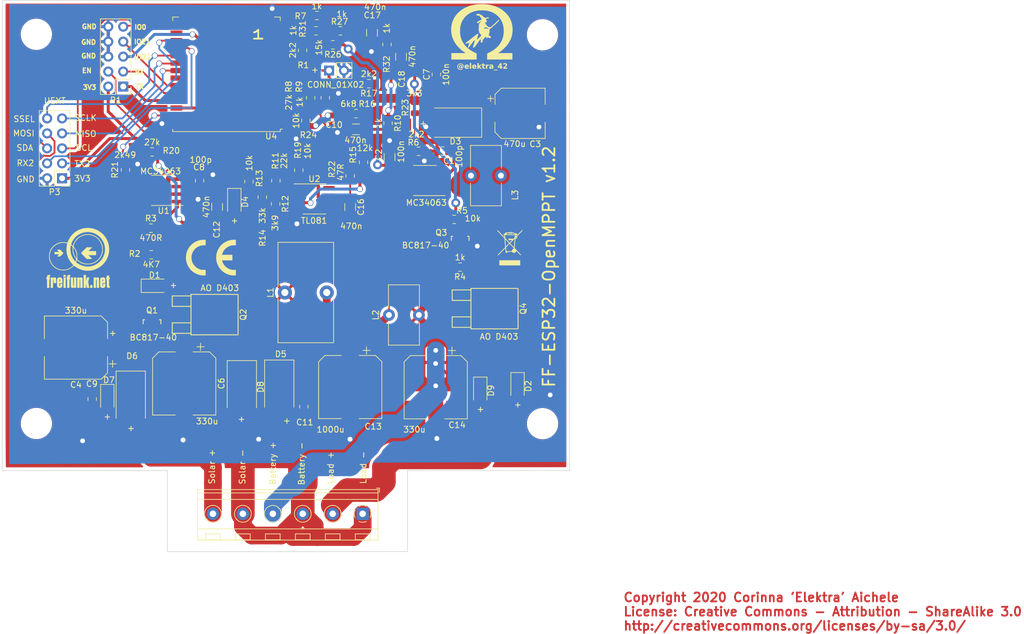
<source format=kicad_pcb>
(kicad_pcb (version 20171130) (host pcbnew 5.1.5+dfsg1-2build2)
  (layers (0 F.Cu signal) (31 B.Cu power) (34 B.Paste user) (35 F.Paste user) (36 B.SilkS user) (37 F.SilkS user) (38 B.Mask user) (39 F.Mask user) (44 Edge.Cuts user))
  (net 0 "")
  (net 1 "Net-(C1-Pad1)")
  (net 2 GNDPWR)
  (net 3 +BATT)
  (net 4 "Net-(C3-Pad1)")
  (net 5 "Net-(C8-Pad1)")
  (net 6 "Net-(C10-Pad1)")
  (net 7 "Net-(C12-Pad1)")
  (net 8 "Net-(D1-Pad1)")
  (net 9 "Net-(D1-Pad2)")
  (net 10 VAA)
  (net 11 "Net-(P1-Pad1)")
  (net 12 "Net-(P1-Pad3)")
  (net 13 "Net-(P1-Pad5)")
  (net 14 "Net-(Q3-Pad1)")
  (net 15 "Net-(Q3-Pad3)")
  (net 16 "Net-(R3-Pad2)")
  (net 17 "Net-(R7-Pad2)")
  (net 18 "Net-(R8-Pad2)")
  (net 19 "Net-(R11-Pad2)")
  (net 20 "Net-(R19-Pad1)")
  (net 21 "Net-(R26-Pad2)")
  (net 22 "Net-(C16-Pad1)")
  (net 23 "Net-(C17-Pad1)")
  (net 24 "Net-(C18-Pad1)")
  (net 25 "Net-(P2-Pad1)")
  (net 26 "Net-(R19-Pad2)")
  (net 27 "Net-(U4-Pad32)")
  (net 28 "Net-(U4-Pad26)")
  (net 29 "Net-(U4-Pad22)")
  (net 30 "Net-(U4-Pad21)")
  (net 31 "Net-(U4-Pad20)")
  (net 32 "Net-(U4-Pad19)")
  (net 33 "Net-(U4-Pad18)")
  (net 34 "Net-(U4-Pad17)")
  (net 35 "Net-(U4-Pad16)")
  (net 36 "Net-(U4-Pad14)")
  (net 37 "Net-(U4-Pad12)")
  (net 38 "Net-(U4-Pad11)")
  (net 39 "Net-(U4-Pad7)")
  (net 40 "Net-(U4-Pad5)")
  (net 41 "Net-(U4-Pad4)")
  (net 42 "Net-(D4-Pad1)")
  (net 43 "Net-(D5-Pad1)")
  (net 44 "Net-(P1-Pad4)")
  (net 45 "Net-(U2-Pad1)")
  (net 46 "Net-(U2-Pad5)")
  (net 47 "Net-(U2-Pad8)")
  (net 48 "Net-(R23-Pad1)")
  (net 49 "Net-(D3-Pad1)")
  (net 50 "Net-(P1-Pad9)")
  (net 51 "Net-(P1-Pad7)")
  (net 52 "Net-(D6-Pad2)")
  (net 53 "Net-(C4-Pad1)")
  (net 54 "Net-(P3-Pad10)")
  (net 55 "Net-(P3-Pad9)")
  (net 56 "Net-(P3-Pad8)")
  (net 57 "Net-(P3-Pad7)")
  (net 58 "Net-(P3-Pad6)")
  (net 59 "Net-(P3-Pad5)")
  (net 60 "Net-(P3-Pad4)")
  (net 61 "Net-(P3-Pad3)")
  (net 62 "Net-(R1-Pad1)")
  (net 63 "Net-(C11-Pad1)")
  (module Symbol:WEEE-Logo_4.2x6mm_SilkScreen (layer F.Cu) (at 162.47 110.96)
    (fp_text reference REF** hide)
    (fp_text value WEEE-Logo_4.2x6mm_SilkScreen hide)
  )
  (module Symbol:CE-Logo_8.5x6mm_SilkScreen (layer F.Cu) (at 111.75 112.65)
    (fp_text reference REF** hide)
    (fp_text value CE-Logo_8.5x6mm_SilkScreen hide)
  )
  (module Connector_PinHeader_2.54mm:PinHeader_2x05_P2.54mm_Vertical (layer F.Cu) (at 96.871 83.6355 180)
    (fp_text reference P1 (at 1.27 -2.33) (layer F.SilkS))
    (fp_text value CONN_02X05)
    (pad 10 thru_hole oval (at 2.54 10.16 180) (size 1.7 1.7) (drill 1) (layers *.Cu *.Mask) (net 2 GNDPWR))
    (pad 9 thru_hole oval (at 0 10.16 180) (size 1.7 1.7) (drill 1) (layers *.Cu *.Mask) (net 50 "Net-(P1-Pad9)"))
    (pad 8 thru_hole oval (at 2.54 7.62 180) (size 1.7 1.7) (drill 1) (layers *.Cu *.Mask) (net 2 GNDPWR))
    (pad 7 thru_hole oval (at 0 7.62 180) (size 1.7 1.7) (drill 1) (layers *.Cu *.Mask) (net 51 "Net-(P1-Pad7)"))
    (pad 6 thru_hole oval (at 2.54 5.08 180) (size 1.7 1.7) (drill 1) (layers *.Cu *.Mask) (net 2 GNDPWR))
    (pad 5 thru_hole oval (at 0 5.08 180) (size 1.7 1.7) (drill 1) (layers *.Cu *.Mask) (net 13 "Net-(P1-Pad5)"))
    (pad 4 thru_hole oval (at 2.54 2.54 180) (size 1.7 1.7) (drill 1) (layers *.Cu *.Mask) (net 44 "Net-(P1-Pad4)"))
    (pad 3 thru_hole oval (at 0 2.54 180) (size 1.7 1.7) (drill 1) (layers *.Cu *.Mask) (net 12 "Net-(P1-Pad3)"))
    (pad 2 thru_hole oval (at 2.54 0 180) (size 1.7 1.7) (drill 1) (layers *.Cu *.Mask) (net 4 "Net-(C3-Pad1)"))
    (pad 1 thru_hole rect (at 0 0 180) (size 1.7 1.7) (drill 1) (layers *.Cu *.Mask) (net 11 "Net-(P1-Pad1)"))
  )
  (module Resistor_SMD:R_0805_2012Metric (layer F.Cu) (at 127.3 77.475 270)
    (fp_text reference R1 (at 2.525 -0.125 180) (layer F.SilkS))
    (fp_text value 2k2 (at 0 1.65 90) (layer F.SilkS))
    (pad 2 smd roundrect (at 0.9375 0 270) (size 0.975 1.4) (layers F.Cu F.Paste F.Mask) (net 2 GNDPWR))
    (pad 1 smd roundrect (at -0.9375 0 270) (size 0.975 1.4) (layers F.Cu F.Paste F.Mask) (net 62 "Net-(R1-Pad1)"))
  )
  (module Connector_PinHeader_2.54mm:PinHeader_2x05_P2.54mm_Vertical (layer F.Cu) (at 86.5 99.2 180)
    (fp_text reference P3 (at 1.27 -2.33) (layer F.SilkS))
    (fp_text value CONN_02X05 hide)
    (pad 10 thru_hole oval (at 2.54 10.16 180) (size 1.7 1.7) (drill 1) (layers *.Cu *.Mask) (net 54 "Net-(P3-Pad10)"))
    (pad 9 thru_hole oval (at 0 10.16 180) (size 1.7 1.7) (drill 1) (layers *.Cu *.Mask) (net 55 "Net-(P3-Pad9)"))
    (pad 8 thru_hole oval (at 2.54 7.62 180) (size 1.7 1.7) (drill 1) (layers *.Cu *.Mask) (net 56 "Net-(P3-Pad8)"))
    (pad 7 thru_hole oval (at 0 7.62 180) (size 1.7 1.7) (drill 1) (layers *.Cu *.Mask) (net 57 "Net-(P3-Pad7)"))
    (pad 6 thru_hole oval (at 2.54 5.08 180) (size 1.7 1.7) (drill 1) (layers *.Cu *.Mask) (net 58 "Net-(P3-Pad6)"))
    (pad 5 thru_hole oval (at 0 5.08 180) (size 1.7 1.7) (drill 1) (layers *.Cu *.Mask) (net 59 "Net-(P3-Pad5)"))
    (pad 4 thru_hole oval (at 2.54 2.54 180) (size 1.7 1.7) (drill 1) (layers *.Cu *.Mask) (net 60 "Net-(P3-Pad4)"))
    (pad 3 thru_hole oval (at 0 2.54 180) (size 1.7 1.7) (drill 1) (layers *.Cu *.Mask) (net 61 "Net-(P3-Pad3)"))
    (pad 2 thru_hole oval (at 2.54 0 180) (size 1.7 1.7) (drill 1) (layers *.Cu *.Mask) (net 2 GNDPWR))
    (pad 1 thru_hole rect (at 0 0 180) (size 1.7 1.7) (drill 1) (layers *.Cu *.Mask) (net 4 "Net-(C3-Pad1)"))
  )
  (module Diode_SMD:D_1206_3216Metric (layer F.Cu) (at 157.448 135.218 270)
    (fp_text reference D9 (at 0 -1.82 90) (layer F.SilkS))
    (fp_text value 1N4001)
    (pad 2 smd roundrect (at 1.4 0 270) (size 1.25 1.75) (layers F.Cu F.Paste F.Mask) (roundrect_rratio 0.2) (net 2 GNDPWR))
    (pad 1 smd roundrect (at -1.4 0 270) (size 1.25 1.75) (layers F.Cu F.Paste F.Mask) (roundrect_rratio 0.2) (net 3 +BATT))
  )
  (module Diode_SMD:D_2816_7142Metric_Pad3.20x4.45mm_HandSolder (layer F.Cu) (at 117 134.6 270)
    (fp_text reference D8 (at 0 -3.18 90) (layer F.SilkS))
    (fp_text value SK84)
    (pad 2 smd roundrect (at 2.6 0 270) (size 3.2 4.45) (layers F.Cu F.Paste F.Mask) (roundrect_rratio 0.078125) (net 2 GNDPWR))
    (pad 1 smd roundrect (at -2.6 0 270) (size 3.2 4.45) (layers F.Cu F.Paste F.Mask) (roundrect_rratio 0.078125) (net 43 "Net-(D5-Pad1)"))
  )
  (module Diode_SMD:D_1206_3216Metric (layer F.Cu) (at 94.175 136.45 270)
    (fp_text reference D7 (at -3.025 -0.275) (layer F.SilkS))
    (fp_text value 1N4001)
    (pad 2 smd roundrect (at 1.4 0 270) (size 1.25 1.75) (layers F.Cu F.Paste F.Mask) (roundrect_rratio 0.2) (net 2 GNDPWR))
    (pad 1 smd roundrect (at -1.4 0 270) (size 1.25 1.75) (layers F.Cu F.Paste F.Mask) (roundrect_rratio 0.2) (net 53 "Net-(C4-Pad1)"))
  )
  (module Diode_SMD:D_2816_7142Metric_Pad3.20x4.45mm_HandSolder (layer F.Cu) (at 98.15 136.375 270)
    (fp_text reference D6 (at -7.025 -0.225 180) (layer F.SilkS))
    (fp_text value SK84)
    (pad 2 smd roundrect (at 2.6 0 270) (size 3.2 4.45) (layers F.Cu F.Paste F.Mask) (roundrect_rratio 0.078125) (net 52 "Net-(D6-Pad2)"))
    (pad 1 smd roundrect (at -2.6 0 270) (size 3.2 4.45) (layers F.Cu F.Paste F.Mask) (roundrect_rratio 0.078125) (net 53 "Net-(C4-Pad1)"))
  )
  (module Diode_SMD:D_2816_7142Metric_Pad3.20x4.45mm_HandSolder (layer F.Cu) (at 123.35 134.5 270)
    (fp_text reference D5 (at -5.475 -0.25) (layer F.SilkS))
    (fp_text value SK84)
    (pad 2 smd roundrect (at 2.6 0 270) (size 3.2 4.45) (layers F.Cu F.Paste F.Mask) (roundrect_rratio 0.078125) (net 2 GNDPWR))
    (pad 1 smd roundrect (at -2.6 0 270) (size 3.2 4.45) (layers F.Cu F.Paste F.Mask) (roundrect_rratio 0.078125) (net 43 "Net-(D5-Pad1)"))
  )
  (module Diode_SMD:D_1206_3216Metric (layer F.Cu) (at 115.72 103.2 270)
    (fp_text reference D4 (at 0 -1.82 90) (layer F.SilkS))
    (fp_text value 6V2-SOT23)
    (pad 2 smd roundrect (at 1.4 0 270) (size 1.25 1.75) (layers F.Cu F.Paste F.Mask) (roundrect_rratio 0.2) (net 2 GNDPWR))
    (pad 1 smd roundrect (at -1.4 0 270) (size 1.25 1.75) (layers F.Cu F.Paste F.Mask) (roundrect_rratio 0.2) (net 42 "Net-(D4-Pad1)"))
  )
  (module Diode_SMD:D_2816_7142Metric_Pad3.20x4.45mm_HandSolder (layer F.Cu) (at 153.2316 89.752 180)
    (fp_text reference D3 (at 0 -3.18) (layer F.SilkS))
    (fp_text value SK84)
    (pad 2 smd roundrect (at 2.6 0 180) (size 3.2 4.45) (layers F.Cu F.Paste F.Mask) (roundrect_rratio 0.078125) (net 2 GNDPWR))
    (pad 1 smd roundrect (at -2.6 0 180) (size 3.2 4.45) (layers F.Cu F.Paste F.Mask) (roundrect_rratio 0.078125) (net 49 "Net-(D3-Pad1)"))
  )
  (module Diode_SMD:D_1206_3216Metric (layer F.Cu) (at 163.77 134.45 270)
    (fp_text reference D2 (at 0 -1.82 90) (layer F.SilkS))
    (fp_text value 1N4001)
    (pad 2 smd roundrect (at 1.4 0 270) (size 1.25 1.75) (layers F.Cu F.Paste F.Mask) (roundrect_rratio 0.2) (net 2 GNDPWR))
    (pad 1 smd roundrect (at -1.4 0 270) (size 1.25 1.75) (layers F.Cu F.Paste F.Mask) (roundrect_rratio 0.2) (net 10 VAA))
  )
  (module Diode_SMD:D_1206_3216Metric (layer F.Cu) (at 102.203 117.438)
    (fp_text reference D1 (at 0 -1.82) (layer F.SilkS))
    (fp_text value 1N4148)
    (pad 2 smd roundrect (at 1.4 0) (size 1.25 1.75) (layers F.Cu F.Paste F.Mask) (roundrect_rratio 0.2) (net 9 "Net-(D1-Pad2)"))
    (pad 1 smd roundrect (at -1.4 0) (size 1.25 1.75) (layers F.Cu F.Paste F.Mask) (roundrect_rratio 0.2) (net 8 "Net-(D1-Pad1)"))
  )
  (module Capacitor_SMD:C_0805_2012Metric (layer F.Cu) (at 127.525 137.95 270)
    (fp_text reference C11 (at 2.65 -0.15 180) (layer F.SilkS))
    (fp_text value 100n)
    (pad 2 smd roundrect (at 0.9375 0 270) (size 0.975 1.4) (layers F.Cu F.Paste F.Mask) (net 2 GNDPWR))
    (pad 1 smd roundrect (at -0.9375 0 270) (size 0.975 1.4) (layers F.Cu F.Paste F.Mask) (net 63 "Net-(C11-Pad1)"))
  )
  (module Capacitor_SMD:C_0805_2012Metric (layer F.Cu) (at 91.6 136.65 270)
    (fp_text reference C9 (at -2.575 0.05 180) (layer F.SilkS))
    (fp_text value 100n)
    (pad 2 smd roundrect (at 0.9375 0 270) (size 0.975 1.4) (layers F.Cu F.Paste F.Mask) (net 2 GNDPWR))
    (pad 1 smd roundrect (at -0.9375 0 270) (size 0.975 1.4) (layers F.Cu F.Paste F.Mask) (net 53 "Net-(C4-Pad1)"))
  )
  (module Capacitor_SMD:C_0805_2012Metric (layer F.Cu) (at 150 81.58 90)
    (fp_text reference C7 (at 0 -1.65 90) (layer F.SilkS))
    (fp_text value 100n (at 0 1.65 90) (layer F.SilkS))
    (pad 2 smd roundrect (at 0.9375 0 90) (size 0.975 1.4) (layers F.Cu F.Paste F.Mask) (net 2 GNDPWR))
    (pad 1 smd roundrect (at -0.9375 0 90) (size 0.975 1.4) (layers F.Cu F.Paste F.Mask) (net 4 "Net-(C3-Pad1)"))
  )
  (module Capacitor_SMD:CP_Elec_10x14.3 (layer F.Cu) (at 88.85 127.925 180)
    (fp_text reference C4 (at 0 -6.3) (layer F.SilkS))
    (fp_text value 330u (at 0 6.3) (layer F.SilkS))
    (pad 2 smd roundrect (at 4.2 0 180) (size 4.4 2.5) (layers F.Cu F.Paste F.Mask) (roundrect_rratio 0.1) (net 2 GNDPWR))
    (pad 1 smd roundrect (at -4.2 0 180) (size 4.4 2.5) (layers F.Cu F.Paste F.Mask) (roundrect_rratio 0.1) (net 53 "Net-(C4-Pad1)"))
  )
  (module MountingHole:MountingHole_4.3mm_M4_DIN965 (layer F.Cu) (at 168.01 74.85)
    (fp_text reference "" (at 0.36 6.04) (layer F.SilkS))
    (fp_text value "")
    (pad 1 np_thru_hole circle (at 0 0) (size 4.3 4.3) (drill 4.3) (layers *.Cu *.Mask))
  )
  (module MountingHole:MountingHole_4.3mm_M4_DIN965 (layer F.Cu) (at 82.13 74.77)
    (fp_text reference "" (at -0.889 3.937) (layer F.SilkS))
    (fp_text value "")
    (pad 1 np_thru_hole circle (at 0 0) (size 4.3 4.3) (drill 4.3) (layers *.Cu *.Mask))
  )
  (module MountingHole:MountingHole_4.3mm_M4_DIN965 (layer F.Cu) (at 168.02 140.83)
    (fp_text reference "" (at 0 -3.8) (layer F.SilkS))
    (fp_text value "")
    (pad 1 np_thru_hole circle (at 0 0) (size 4.3 4.3) (drill 4.3) (layers *.Cu *.Mask))
  )
  (module MountingHole:MountingHole_4.3mm_M4_DIN965 (layer F.Cu) (at 82.14 140.8)
    (fp_text reference "" (at 0 -3.8) (layer F.SilkS))
    (fp_text value "")
    (pad 1 np_thru_hole circle (at 0 0) (size 4.3 4.3) (drill 4.3) (layers *.Cu *.Mask))
  )
  (module Capacitor_SMD:CP_Elec_10x14.3 (layer F.Cu) (at 149.8915 134.6465 270)
    (fp_text reference C14 (at 6.4135 -3.6195 180) (layer F.SilkS))
    (fp_text value 330u (at 7.1755 3.6195 180) (layer F.SilkS))
    (pad 2 smd roundrect (at 4.2 0 270) (size 4.4 2.5) (layers F.Cu F.Paste F.Mask) (roundrect_rratio 0.1) (net 2 GNDPWR))
    (pad 1 smd roundrect (at -4.2 0 270) (size 4.4 2.5) (layers F.Cu F.Paste F.Mask) (roundrect_rratio 0.1) (net 3 +BATT))
  )
  (module Capacitor_SMD:CP_Elec_10x14.3 (layer F.Cu) (at 135.3881 134.6211 270)
    (fp_text reference C13 (at 6.6929 -3.8989 180) (layer F.SilkS))
    (fp_text value 1000u (at 7.2009 3.3401 180) (layer F.SilkS))
    (pad 2 smd roundrect (at 4.2 0 270) (size 4.4 2.5) (layers F.Cu F.Paste F.Mask) (roundrect_rratio 0.1) (net 2 GNDPWR))
    (pad 1 smd roundrect (at -4.2 0 270) (size 4.4 2.5) (layers F.Cu F.Paste F.Mask) (roundrect_rratio 0.1) (net 63 "Net-(C11-Pad1)"))
  )
  (module Capacitor_SMD:CP_Elec_10x14.3 (layer F.Cu) (at 107.2195 134.0115 270)
    (fp_text reference C6 (at 0 -6.3 90) (layer F.SilkS))
    (fp_text value 330u (at 6.4185 -3.8805) (layer F.SilkS))
    (pad 2 smd roundrect (at 4.2 0 270) (size 4.4 2.5) (layers F.Cu F.Paste F.Mask) (roundrect_rratio 0.1) (net 2 GNDPWR))
    (pad 1 smd roundrect (at -4.2 0 270) (size 4.4 2.5) (layers F.Cu F.Paste F.Mask) (roundrect_rratio 0.1) (net 53 "Net-(C4-Pad1)"))
  )
  (module Connector_PinHeader_2.54mm:PinHeader_1x02_P2.54mm_Vertical (layer F.Cu) (at 131.794 80.9128 90)
    (fp_text reference P2 hide)
    (fp_text value CONN_01X02 (at -2.4072 1.116) (layer F.SilkS))
    (pad 2 thru_hole oval (at 0 2.54 90) (size 1.7 1.7) (drill 1) (layers *.Cu *.Mask) (net 2 GNDPWR))
    (pad 1 thru_hole rect (at 0 0 90) (size 1.7 1.7) (drill 1) (layers *.Cu *.Mask) (net 25 "Net-(P2-Pad1)"))
  )
  (module Inductor_THT:L_Toroid_Vertical_L10.0mm_W5.0mm_P5.08mm (layer F.Cu) (at 155.8732 98.7436 90)
    (fp_text reference L3 (at -3.2964 7.4868 90) (layer F.SilkS))
    (fp_text value 100u)
    (pad 2 thru_hole circle (at 0 5.08 90) (size 2 2) (drill 1) (layers *.Cu *.Mask) (net 4 "Net-(C3-Pad1)"))
    (pad 1 thru_hole circle (at 0 0 90) (size 2 2) (drill 1) (layers *.Cu *.Mask) (net 49 "Net-(D3-Pad1)"))
  )
  (module Capacitor_SMD:CP_Elec_8x10 (layer F.Cu) (at 164.2044 88.1772)
    (fp_text reference C3 (at 2.5756 5.2128) (layer F.SilkS))
    (fp_text value 470u (at -0.9244 5.1828) (layer F.SilkS))
    (pad 2 smd roundrect (at 3.25 0) (size 3.5 2.5) (layers F.Cu F.Paste F.Mask) (roundrect_rratio 0.1) (net 2 GNDPWR))
    (pad 1 smd roundrect (at -3.25 0) (size 3.5 2.5) (layers F.Cu F.Paste F.Mask) (roundrect_rratio 0.1) (net 4 "Net-(C3-Pad1)"))
  )
  (module Inductor_THT:L_Toroid_Vertical_L10.0mm_W5.0mm_P5.08mm (layer F.Cu) (at 141.954 122.391 90)
    (fp_text reference L2 (at 0 -2.25 90) (layer F.SilkS))
    (fp_text value 10u)
    (pad 2 thru_hole circle (at 0 5.08 90) (size 2 2) (drill 1) (layers *.Cu *.Mask) (net 3 +BATT))
    (pad 1 thru_hole circle (at 0 0 90) (size 2 2) (drill 1) (layers *.Cu *.Mask) (net 63 "Net-(C11-Pad1)"))
  )
  (module Inductor_THT:L_Toroid_Vertical_L16.8mm_W9.2mm_P7.10mm_Vishay_TJ3 (layer F.Cu) (at 124.301 118.581 90)
    (fp_text reference L1 (at 0 -2.45 90) (layer F.SilkS))
    (fp_text value 100u)
    (pad 2 thru_hole circle (at 0 7.1 90) (size 2.4 2.4) (drill 1.2) (layers *.Cu *.Mask) (net 63 "Net-(C11-Pad1)"))
    (pad 1 thru_hole circle (at 0 0 90) (size 2.4 2.4) (drill 1.2) (layers *.Cu *.Mask) (net 43 "Net-(D5-Pad1)"))
  )
  (module TerminalBlock_RND:TerminalBlock_RND_205-00236_1x06_P5.08mm_Horizontal (layer F.Cu) (at 137.494 156.125 180)
    (fp_text reference J1 hide)
    (fp_text value Screw_Terminal_01x06 hide)
    (pad 6 thru_hole circle (at 25.4 0 180) (size 2.1 2.1) (drill 1.1) (layers *.Cu *.Mask) (net 52 "Net-(D6-Pad2)"))
    (pad 5 thru_hole circle (at 20.32 0 180) (size 2.1 2.1) (drill 1.1) (layers *.Cu *.Mask) (net 2 GNDPWR))
    (pad 4 thru_hole circle (at 15.24 0 180) (size 2.1 2.1) (drill 1.1) (layers *.Cu *.Mask) (net 3 +BATT))
    (pad 3 thru_hole circle (at 10.16 0 180) (size 2.1 2.1) (drill 1.1) (layers *.Cu *.Mask) (net 2 GNDPWR))
    (pad 2 thru_hole circle (at 5.08 0 180) (size 2.1 2.1) (drill 1.1) (layers *.Cu *.Mask) (net 10 VAA))
    (pad 1 thru_hole rect (at 0 0 180) (size 2.1 2.1) (drill 1.1) (layers *.Cu *.Mask) (net 2 GNDPWR))
  )
  (module Capacitor_SMD:C_1206_3216Metric (layer F.Cu) (at 144.0114 78.576 90)
    (fp_text reference C18 (at -3.81 0.1016 90) (layer F.SilkS))
    (fp_text value 470n (at 0.046 1.9086 90) (layer F.SilkS))
    (pad 2 smd roundrect (at 1.4 0 90) (size 1.25 1.75) (layers F.Cu F.Paste F.Mask) (roundrect_rratio 0.2) (net 2 GNDPWR))
    (pad 1 smd roundrect (at -1.4 0 90) (size 1.25 1.75) (layers F.Cu F.Paste F.Mask) (roundrect_rratio 0.2) (net 24 "Net-(C18-Pad1)"))
  )
  (module Capacitor_SMD:C_1206_3216Metric (layer F.Cu) (at 139.0838 74.512 270)
    (fp_text reference C17 (at -2.982 -0.0462 180) (layer F.SilkS))
    (fp_text value 470n (at -4.362 -0.5362 180) (layer F.SilkS))
    (pad 2 smd roundrect (at 1.4 0 270) (size 1.25 1.75) (layers F.Cu F.Paste F.Mask) (roundrect_rratio 0.2) (net 2 GNDPWR))
    (pad 1 smd roundrect (at -1.4 0 270) (size 1.25 1.75) (layers F.Cu F.Paste F.Mask) (roundrect_rratio 0.2) (net 23 "Net-(C17-Pad1)"))
  )
  (module Capacitor_SMD:C_1206_3216Metric (layer F.Cu) (at 135.3754 104.0776 270)
    (fp_text reference C16 (at 0 -1.82 90) (layer F.SilkS))
    (fp_text value 470n (at 3.2424 -0.1946 180) (layer F.SilkS))
    (pad 2 smd roundrect (at 1.4 0 270) (size 1.25 1.75) (layers F.Cu F.Paste F.Mask) (roundrect_rratio 0.2) (net 2 GNDPWR))
    (pad 1 smd roundrect (at -1.4 0 270) (size 1.25 1.75) (layers F.Cu F.Paste F.Mask) (roundrect_rratio 0.2) (net 22 "Net-(C16-Pad1)"))
  )
  (module Capacitor_SMD:C_1206_3216Metric (layer F.Cu) (at 112.8 104.05 270)
    (fp_text reference C12 (at 3.8608 0.0762 90) (layer F.SilkS))
    (fp_text value 470n (at 0 1.82 90) (layer F.SilkS))
    (pad 2 smd roundrect (at 1.4 0 270) (size 1.25 1.75) (layers F.Cu F.Paste F.Mask) (roundrect_rratio 0.2) (net 2 GNDPWR))
    (pad 1 smd roundrect (at -1.4 0 270) (size 1.25 1.75) (layers F.Cu F.Paste F.Mask) (roundrect_rratio 0.2) (net 7 "Net-(C12-Pad1)"))
  )
  (module Capacitor_SMD:C_1206_3216Metric (layer F.Cu) (at 136.366 90.895 180)
    (fp_text reference C10 (at 3.726 0.765) (layer F.SilkS))
    (fp_text value 470n (at 0.076 -1.845 180) (layer F.SilkS))
    (pad 2 smd roundrect (at 1.4 0 180) (size 1.25 1.75) (layers F.Cu F.Paste F.Mask) (roundrect_rratio 0.2) (net 2 GNDPWR))
    (pad 1 smd roundrect (at -1.4 0 180) (size 1.25 1.75) (layers F.Cu F.Paste F.Mask) (roundrect_rratio 0.2) (net 6 "Net-(C10-Pad1)"))
  )
  (module Capacitor_SMD:C_0805_2012Metric (layer F.Cu) (at 109.823 99.5945 90)
    (fp_text reference C8 (at 2.2845 -0.093 180) (layer F.SilkS))
    (fp_text value 100p (at 3.5345 0.207 180) (layer F.SilkS))
    (pad 2 smd roundrect (at 0.9375 0 90) (size 0.975 1.4) (layers F.Cu F.Paste F.Mask) (net 2 GNDPWR))
    (pad 1 smd roundrect (at -0.9375 0 90) (size 0.975 1.4) (layers F.Cu F.Paste F.Mask) (net 5 "Net-(C8-Pad1)"))
  )
  (module Capacitor_SMD:C_1206_3216Metric (layer F.Cu) (at 142.0556 95.594 90)
    (fp_text reference C2 (at 0.414 -1.8156 90) (layer F.SilkS))
    (fp_text value 100n (at 0.924 1.9544 90) (layer F.SilkS))
    (pad 2 smd roundrect (at 1.4 0 90) (size 1.25 1.75) (layers F.Cu F.Paste F.Mask) (roundrect_rratio 0.2) (net 2 GNDPWR))
    (pad 1 smd roundrect (at -1.4 0 90) (size 1.25 1.75) (layers F.Cu F.Paste F.Mask) (roundrect_rratio 0.2) (net 3 +BATT))
  )
  (module Capacitor_SMD:C_0805_2012Metric (layer F.Cu) (at 151.0472 94.578 180)
    (fp_text reference C1 (at -1.0928 -1.652) (layer F.SilkS))
    (fp_text value 100p (at -2.8228 -0.902 90) (layer F.SilkS))
    (pad 2 smd roundrect (at 0.9375 0 180) (size 0.975 1.4) (layers F.Cu F.Paste F.Mask) (net 2 GNDPWR))
    (pad 1 smd roundrect (at -0.9375 0 180) (size 0.975 1.4) (layers F.Cu F.Paste F.Mask) (net 1 "Net-(C1-Pad1)"))
  )
  (module Package_SO:SOIC-8-1EP_3.9x4.9mm_P1.27mm_EP2.29x3mm (layer F.Cu) (at 129.3048 102.706)
    (fp_text reference U2 (at 0 -3.4) (layer F.SilkS))
    (fp_text value TL081 (at -0.0548 3.684) (layer F.SilkS))
    (pad 8 smd roundrect (at 2.475 -1.905) (size 1.95 0.6) (layers F.Cu F.Paste F.Mask) (net 47 "Net-(U2-Pad8)"))
    (pad 7 smd roundrect (at 2.475 -0.635) (size 1.95 0.6) (layers F.Cu F.Paste F.Mask) (net 22 "Net-(C16-Pad1)"))
    (pad 6 smd roundrect (at 2.475 0.635) (size 1.95 0.6) (layers F.Cu F.Paste F.Mask) (net 20 "Net-(R19-Pad1)"))
    (pad 5 smd roundrect (at 2.475 1.905) (size 1.95 0.6) (layers F.Cu F.Paste F.Mask) (net 46 "Net-(U2-Pad5)"))
    (pad 4 smd roundrect (at -2.475 1.905) (size 1.95 0.6) (layers F.Cu F.Paste F.Mask) (net 2 GNDPWR))
    (pad 3 smd roundrect (at -2.475 0.635) (size 1.95 0.6) (layers F.Cu F.Paste F.Mask) (net 7 "Net-(C12-Pad1)"))
    (pad 2 smd roundrect (at -2.475 -0.635) (size 1.95 0.6) (layers F.Cu F.Paste F.Mask) (net 19 "Net-(R11-Pad2)"))
    (pad 1 smd roundrect (at -2.475 -1.905) (size 1.95 0.6) (layers F.Cu F.Paste F.Mask) (net 45 "Net-(U2-Pad1)"))
  )
  (module Package_SO:SOIC-8-1EP_3.9x4.9mm_P1.27mm_EP2.29x3mm (layer F.Cu) (at 103.6 101.2455 180)
    (fp_text reference U1 (at -0.14 -3.4645) (layer F.SilkS))
    (fp_text value MC34063 (at 0.39 3.2455) (layer F.SilkS))
    (pad 8 smd roundrect (at 2.475 -1.905 180) (size 1.95 0.6) (layers F.Cu F.Paste F.Mask) (net 53 "Net-(C4-Pad1)"))
    (pad 7 smd roundrect (at 2.475 -0.635 180) (size 1.95 0.6) (layers F.Cu F.Paste F.Mask) (net 53 "Net-(C4-Pad1)"))
    (pad 6 smd roundrect (at 2.475 0.635 180) (size 1.95 0.6) (layers F.Cu F.Paste F.Mask) (net 53 "Net-(C4-Pad1)"))
    (pad 5 smd roundrect (at 2.475 1.905 180) (size 1.95 0.6) (layers F.Cu F.Paste F.Mask) (net 26 "Net-(R19-Pad2)"))
    (pad 4 smd roundrect (at -2.475 1.905 180) (size 1.95 0.6) (layers F.Cu F.Paste F.Mask) (net 2 GNDPWR))
    (pad 3 smd roundrect (at -2.475 0.635 180) (size 1.95 0.6) (layers F.Cu F.Paste F.Mask) (net 5 "Net-(C8-Pad1)"))
    (pad 2 smd roundrect (at -2.475 -0.635 180) (size 1.95 0.6) (layers F.Cu F.Paste F.Mask) (net 2 GNDPWR))
    (pad 1 smd roundrect (at -2.475 -1.905 180) (size 1.95 0.6) (layers F.Cu F.Paste F.Mask) (net 16 "Net-(R3-Pad2)"))
  )
  (module Package_SO:SOIC-8-1EP_3.9x4.9mm_P1.27mm_EP2.29x3mm (layer F.Cu) (at 148.05 99.5818 180)
    (fp_text reference U3 hide)
    (fp_text value MC34063 (at -0.254 -3.7592) (layer F.SilkS))
    (pad 8 smd roundrect (at 2.475 -1.905 180) (size 1.95 0.6) (layers F.Cu F.Paste F.Mask) (net 3 +BATT))
    (pad 7 smd roundrect (at 2.475 -0.635 180) (size 1.95 0.6) (layers F.Cu F.Paste F.Mask) (net 3 +BATT))
    (pad 6 smd roundrect (at 2.475 0.635 180) (size 1.95 0.6) (layers F.Cu F.Paste F.Mask) (net 3 +BATT))
    (pad 5 smd roundrect (at 2.475 1.905 180) (size 1.95 0.6) (layers F.Cu F.Paste F.Mask) (net 48 "Net-(R23-Pad1)"))
    (pad 4 smd roundrect (at -2.475 1.905 180) (size 1.95 0.6) (layers F.Cu F.Paste F.Mask) (net 2 GNDPWR))
    (pad 3 smd roundrect (at -2.475 0.635 180) (size 1.95 0.6) (layers F.Cu F.Paste F.Mask) (net 1 "Net-(C1-Pad1)"))
    (pad 2 smd roundrect (at -2.475 -0.635 180) (size 1.95 0.6) (layers F.Cu F.Paste F.Mask) (net 49 "Net-(D3-Pad1)"))
    (pad 1 smd roundrect (at -2.475 -1.905 180) (size 1.95 0.6) (layers F.Cu F.Paste F.Mask) (net 3 +BATT))
  )
  (module Resistor_SMD:R_0805_2012Metric (layer F.Cu) (at 146.9832 94.6288)
    (fp_text reference R6 (at -0.8732 -1.5088) (layer F.SilkS))
    (fp_text value 2k2 (at -0.3632 -2.8888) (layer F.SilkS))
    (pad 2 smd roundrect (at 0.9375 0) (size 0.975 1.4) (layers F.Cu F.Paste F.Mask) (net 2 GNDPWR))
    (pad 1 smd roundrect (at -0.9375 0) (size 0.975 1.4) (layers F.Cu F.Paste F.Mask) (net 48 "Net-(R23-Pad1)"))
  )
  (module Resistor_SMD:R_0805_2012Metric (layer F.Cu) (at 101.6315 112.1675)
    (fp_text reference R2 (at -2.8215 -0.1675) (layer F.SilkS))
    (fp_text value 4K7 (at 0 1.65) (layer F.SilkS))
    (pad 2 smd roundrect (at 0.9375 0) (size 0.975 1.4) (layers F.Cu F.Paste F.Mask) (net 53 "Net-(C4-Pad1)"))
    (pad 1 smd roundrect (at -0.9375 0) (size 0.975 1.4) (layers F.Cu F.Paste F.Mask) (net 8 "Net-(D1-Pad1)"))
  )
  (module Resistor_SMD:R_0805_2012Metric (layer F.Cu) (at 101.568 107.659)
    (fp_text reference R3 (at 0 -1.65) (layer F.SilkS))
    (fp_text value 470R (at 0 1.65) (layer F.SilkS))
    (pad 2 smd roundrect (at 0.9375 0) (size 0.975 1.4) (layers F.Cu F.Paste F.Mask) (net 16 "Net-(R3-Pad2)"))
    (pad 1 smd roundrect (at -0.9375 0) (size 0.975 1.4) (layers F.Cu F.Paste F.Mask) (net 8 "Net-(D1-Pad1)"))
  )
  (module Resistor_SMD:R_0805_2012Metric (layer F.Cu) (at 154.019 114.263 180)
    (fp_text reference R4 (at 0 -1.65) (layer F.SilkS))
    (fp_text value 1k (at 0 1.65) (layer F.SilkS))
    (pad 2 smd roundrect (at 0.9375 0 180) (size 0.975 1.4) (layers F.Cu F.Paste F.Mask) (net 14 "Net-(Q3-Pad1)"))
    (pad 1 smd roundrect (at -0.9375 0 180) (size 0.975 1.4) (layers F.Cu F.Paste F.Mask) (net 2 GNDPWR))
  )
  (module Resistor_SMD:R_0805_2012Metric (layer F.Cu) (at 153.0284 106.1858)
    (fp_text reference R5 (at 1.3216 -1.5058) (layer F.SilkS))
    (fp_text value 10k (at 3.1496 -0.1778) (layer F.SilkS))
    (pad 2 smd roundrect (at 0.9375 0) (size 0.975 1.4) (layers F.Cu F.Paste F.Mask) (net 15 "Net-(Q3-Pad3)"))
    (pad 1 smd roundrect (at -0.9375 0) (size 0.975 1.4) (layers F.Cu F.Paste F.Mask) (net 3 +BATT))
  )
  (module Resistor_SMD:R_0805_2012Metric (layer F.Cu) (at 129.74 71.58 180)
    (fp_text reference R7 (at 2.8 -0.1) (layer F.SilkS))
    (fp_text value 1k (at 0.03 1.58) (layer F.SilkS))
    (pad 2 smd roundrect (at 0.9375 0 180) (size 0.975 1.4) (layers F.Cu F.Paste F.Mask) (net 17 "Net-(R7-Pad2)"))
    (pad 1 smd roundrect (at -0.9375 0 180) (size 0.975 1.4) (layers F.Cu F.Paste F.Mask) (net 14 "Net-(Q3-Pad1)"))
  )
  (module Resistor_SMD:R_0805_2012Metric (layer F.Cu) (at 128.67 85.55 90)
    (fp_text reference R8 (at 1.89 -3.71 90) (layer F.SilkS))
    (fp_text value 27k (at -0.78 -3.69 90) (layer F.SilkS))
    (pad 2 smd roundrect (at 0.9375 0 90) (size 0.975 1.4) (layers F.Cu F.Paste F.Mask) (net 18 "Net-(R8-Pad2)"))
    (pad 1 smd roundrect (at -0.9375 0 90) (size 0.975 1.4) (layers F.Cu F.Paste F.Mask) (net 53 "Net-(C4-Pad1)"))
  )
  (module Resistor_SMD:R_0805_2012Metric (layer F.Cu) (at 131.16 85.55 270)
    (fp_text reference R9 (at -1.89 4.43 90) (layer F.SilkS))
    (fp_text value 1k (at 0.71 4.35 90) (layer F.SilkS))
    (pad 2 smd roundrect (at 0.9375 0 270) (size 0.975 1.4) (layers F.Cu F.Paste F.Mask) (net 2 GNDPWR))
    (pad 1 smd roundrect (at -0.9375 0 270) (size 0.975 1.4) (layers F.Cu F.Paste F.Mask) (net 18 "Net-(R8-Pad2)"))
  )
  (module Resistor_SMD:R_0805_2012Metric (layer F.Cu) (at 141.8016 89.8536 270)
    (fp_text reference R10 (at 0 -1.65 90) (layer F.SilkS))
    (fp_text value 1k (at 0 1.65 90) (layer F.SilkS))
    (pad 2 smd roundrect (at 0.9375 0 270) (size 0.975 1.4) (layers F.Cu F.Paste F.Mask) (net 6 "Net-(C10-Pad1)"))
    (pad 1 smd roundrect (at -0.9375 0 270) (size 0.975 1.4) (layers F.Cu F.Paste F.Mask) (net 24 "Net-(C18-Pad1)"))
  )
  (module Resistor_SMD:R_0805_2012Metric (layer F.Cu) (at 122.77 99.6 270)
    (fp_text reference R11 (at -3.3782 0.0762 90) (layer F.SilkS))
    (fp_text value 22k (at -3.37 -1.39 90) (layer F.SilkS))
    (pad 2 smd roundrect (at 0.9375 0 270) (size 0.975 1.4) (layers F.Cu F.Paste F.Mask) (net 19 "Net-(R11-Pad2)"))
    (pad 1 smd roundrect (at -0.9375 0 270) (size 0.975 1.4) (layers F.Cu F.Paste F.Mask) (net 53 "Net-(C4-Pad1)"))
  )
  (module Resistor_SMD:R_0805_2012Metric (layer F.Cu) (at 122.7262 103.5442 270)
    (fp_text reference R12 (at 0 -1.65 90) (layer F.SilkS))
    (fp_text value 3k9 (at 3.2258 0.0762 90) (layer F.SilkS))
    (pad 2 smd roundrect (at 0.9375 0 270) (size 0.975 1.4) (layers F.Cu F.Paste F.Mask) (net 2 GNDPWR))
    (pad 1 smd roundrect (at -0.9375 0 270) (size 0.975 1.4) (layers F.Cu F.Paste F.Mask) (net 19 "Net-(R11-Pad2)"))
  )
  (module Resistor_SMD:R_0805_2012Metric (layer F.Cu) (at 118.2 99.76 270)
    (fp_text reference R13 (at -0.54 -1.77 90) (layer F.SilkS))
    (fp_text value 10k (at -3.14 -0.06 90) (layer F.SilkS))
    (pad 2 smd roundrect (at 0.9375 0 270) (size 0.975 1.4) (layers F.Cu F.Paste F.Mask) (net 42 "Net-(D4-Pad1)"))
    (pad 1 smd roundrect (at -0.9375 0 270) (size 0.975 1.4) (layers F.Cu F.Paste F.Mask) (net 53 "Net-(C4-Pad1)"))
  )
  (module Resistor_SMD:R_0805_2012Metric (layer F.Cu) (at 120.47 102.42 90)
    (fp_text reference R14 (at -6.9088 0.0254 90) (layer F.SilkS))
    (fp_text value 33k (at -3.0988 0.0254 90) (layer F.SilkS))
    (pad 2 smd roundrect (at 0.9375 0 90) (size 0.975 1.4) (layers F.Cu F.Paste F.Mask) (net 42 "Net-(D4-Pad1)"))
    (pad 1 smd roundrect (at -0.9375 0 90) (size 0.975 1.4) (layers F.Cu F.Paste F.Mask) (net 7 "Net-(C12-Pad1)"))
  )
  (module Resistor_SMD:R_0805_2012Metric (layer F.Cu) (at 137.636 96.483 270)
    (fp_text reference R15 (at -1.27 1.778 90) (layer F.SilkS))
    (fp_text value 12k (at -2.413 -0.254) (layer F.SilkS))
    (pad 2 smd roundrect (at 0.9375 0 270) (size 0.975 1.4) (layers F.Cu F.Paste F.Mask) (net 7 "Net-(C12-Pad1)"))
    (pad 1 smd roundrect (at -0.9375 0 270) (size 0.975 1.4) (layers F.Cu F.Paste F.Mask) (net 6 "Net-(C10-Pad1)"))
  )
  (module Resistor_SMD:R_0805_2012Metric (layer F.Cu) (at 136.366 88.228 180)
    (fp_text reference R16 (at -1.905 1.651) (layer F.SilkS))
    (fp_text value 6k8 (at 1.27 1.65) (layer F.SilkS))
    (pad 2 smd roundrect (at 0.9375 0 180) (size 0.975 1.4) (layers F.Cu F.Paste F.Mask) (net 2 GNDPWR))
    (pad 1 smd roundrect (at -0.9375 0 180) (size 0.975 1.4) (layers F.Cu F.Paste F.Mask) (net 6 "Net-(C10-Pad1)"))
  )
  (module Resistor_SMD:R_0805_2012Metric (layer F.Cu) (at 138.5504 83.148 180)
    (fp_text reference R17 (at 0 -1.65) (layer F.SilkS))
    (fp_text value 2k2 (at 0 1.65) (layer F.SilkS))
    (pad 2 smd roundrect (at 0.9375 0 180) (size 0.975 1.4) (layers F.Cu F.Paste F.Mask) (net 25 "Net-(P2-Pad1)"))
    (pad 1 smd roundrect (at -0.9375 0 180) (size 0.975 1.4) (layers F.Cu F.Paste F.Mask) (net 4 "Net-(C3-Pad1)"))
  )
  (module Resistor_SMD:R_0805_2012Metric (layer F.Cu) (at 126.6632 97.8292 90)
    (fp_text reference R19 (at 3.3992 -0.1632 90) (layer F.SilkS))
    (fp_text value 10k (at 3.2692 1.4868 90) (layer F.SilkS))
    (pad 2 smd roundrect (at 0.9375 0 90) (size 0.975 1.4) (layers F.Cu F.Paste F.Mask) (net 26 "Net-(R19-Pad2)"))
    (pad 1 smd roundrect (at -0.9375 0 90) (size 0.975 1.4) (layers F.Cu F.Paste F.Mask) (net 20 "Net-(R19-Pad1)"))
  )
  (module Resistor_SMD:R_0805_2012Metric (layer F.Cu) (at 101.7712 94.7304 180)
    (fp_text reference R20 (at -3.2588 0.2204) (layer F.SilkS))
    (fp_text value 27k (at 0 1.65) (layer F.SilkS))
    (pad 2 smd roundrect (at 0.9375 0 180) (size 0.975 1.4) (layers F.Cu F.Paste F.Mask) (net 26 "Net-(R19-Pad2)"))
    (pad 1 smd roundrect (at -0.9375 0 180) (size 0.975 1.4) (layers F.Cu F.Paste F.Mask) (net 63 "Net-(C11-Pad1)"))
  )
  (module Resistor_SMD:R_0805_2012Metric (layer F.Cu) (at 97.25 97.7784 90)
    (fp_text reference R21 (at 0.0284 -1.79 90) (layer F.SilkS))
    (fp_text value 2k49 (at 2.5484 -0.05) (layer F.SilkS))
    (pad 2 smd roundrect (at 0.9375 0 90) (size 0.975 1.4) (layers F.Cu F.Paste F.Mask) (net 2 GNDPWR))
    (pad 1 smd roundrect (at -0.9375 0 90) (size 0.975 1.4) (layers F.Cu F.Paste F.Mask) (net 26 "Net-(R19-Pad2)"))
  )
  (module Resistor_SMD:R_0805_2012Metric (layer F.Cu) (at 135.3754 98.7944 270)
    (fp_text reference R22 (at -1.1244 3.0854 90) (layer F.SilkS))
    (fp_text value 47R (at -0.6244 1.6154 90) (layer F.SilkS))
    (pad 2 smd roundrect (at 0.9375 0 270) (size 0.975 1.4) (layers F.Cu F.Paste F.Mask) (net 22 "Net-(C16-Pad1)"))
    (pad 1 smd roundrect (at -0.9375 0 270) (size 0.975 1.4) (layers F.Cu F.Paste F.Mask) (net 53 "Net-(C4-Pad1)"))
  )
  (module Resistor_SMD:R_0805_2012Metric (layer F.Cu) (at 146.3736 87.212 90)
    (fp_text reference R23 (at 0 -1.65 90) (layer F.SilkS))
    (fp_text value 3k3 (at 2.422 -0.1036 180) (layer F.SilkS))
    (pad 2 smd roundrect (at 0.9375 0 90) (size 0.975 1.4) (layers F.Cu F.Paste F.Mask) (net 4 "Net-(C3-Pad1)"))
    (pad 1 smd roundrect (at -0.9375 0 90) (size 0.975 1.4) (layers F.Cu F.Paste F.Mask) (net 48 "Net-(R23-Pad1)"))
  )
  (module Resistor_SMD:R_0805_2012Metric (layer F.Cu) (at 127.86 89.41 270)
    (fp_text reference R24 (at 2.44 -0.43 180) (layer F.SilkS))
    (fp_text value 10k (at 0 1.65 90) (layer F.SilkS))
    (pad 2 smd roundrect (at 0.9375 0 270) (size 0.975 1.4) (layers F.Cu F.Paste F.Mask) (net 4 "Net-(C3-Pad1)"))
    (pad 1 smd roundrect (at -0.9375 0 270) (size 0.975 1.4) (layers F.Cu F.Paste F.Mask) (net 44 "Net-(P1-Pad4)"))
  )
  (module Resistor_SMD:R_0805_2012Metric (layer F.Cu) (at 132.44 76.55 180)
    (fp_text reference R26 (at 0 -1.65) (layer F.SilkS))
    (fp_text value 15k (at 2.35 -0.45 90) (layer F.SilkS))
    (pad 2 smd roundrect (at 0.9375 0 180) (size 0.975 1.4) (layers F.Cu F.Paste F.Mask) (net 21 "Net-(R26-Pad2)"))
    (pad 1 smd roundrect (at -0.9375 0 180) (size 0.975 1.4) (layers F.Cu F.Paste F.Mask) (net 3 +BATT))
  )
  (module Resistor_SMD:R_0805_2012Metric (layer F.Cu) (at 133.72 74.19)
    (fp_text reference R27 (at -0.15 -1.58) (layer F.SilkS))
    (fp_text value 1k (at 0.22 -2.85) (layer F.SilkS))
    (pad 2 smd roundrect (at 0.9375 0) (size 0.975 1.4) (layers F.Cu F.Paste F.Mask) (net 2 GNDPWR))
    (pad 1 smd roundrect (at -0.9375 0) (size 0.975 1.4) (layers F.Cu F.Paste F.Mask) (net 21 "Net-(R26-Pad2)"))
  )
  (module Resistor_SMD:R_0805_2012Metric (layer F.Cu) (at 129.58 74.18)
    (fp_text reference R31 (at -2.27 -0.32 90) (layer F.SilkS))
    (fp_text value 1k (at -3.85 -0.06 270) (layer F.SilkS))
    (pad 2 smd roundrect (at 0.9375 0) (size 0.975 1.4) (layers F.Cu F.Paste F.Mask) (net 23 "Net-(C17-Pad1)"))
    (pad 1 smd roundrect (at -0.9375 0) (size 0.975 1.4) (layers F.Cu F.Paste F.Mask) (net 62 "Net-(R1-Pad1)"))
  )
  (module Resistor_SMD:R_0805_2012Metric (layer F.Cu) (at 141.6238 76.4932 270)
    (fp_text reference R32 (at 3.3528 0.0508 90) (layer F.SilkS))
    (fp_text value 1k (at -2.7432 0.0508 90) (layer F.SilkS))
    (pad 2 smd roundrect (at 0.9375 0 270) (size 0.975 1.4) (layers F.Cu F.Paste F.Mask) (net 24 "Net-(C18-Pad1)"))
    (pad 1 smd roundrect (at -0.9375 0 270) (size 0.975 1.4) (layers F.Cu F.Paste F.Mask) (net 23 "Net-(C17-Pad1)"))
  )
  (module ELEKTRONIK:Freifunk-Logo (layer F.Cu) (at 89.25 112.6)
    (fp_text reference "" hide)
    (fp_text value "" hide)
  )
  (module RF_Module:ESP32-WROOM-32U (layer F.Cu) (at 114.395 81.5605 180)
    (fp_text reference U4 (at -7.58 -10.5 180) (layer F.SilkS))
    (fp_text value ESP32-WROOM-32U)
    (pad 38 smd rect (at 8.5 -8.255 180) (size 2 0.9) (layers F.Cu F.Paste F.Mask) (net 2 GNDPWR))
    (pad 37 smd rect (at 8.5 -6.985 180) (size 2 0.9) (layers F.Cu F.Paste F.Mask) (net 56 "Net-(P3-Pad8)"))
    (pad 36 smd rect (at 8.5 -5.715 180) (size 2 0.9) (layers F.Cu F.Paste F.Mask) (net 13 "Net-(P1-Pad5)"))
    (pad 35 smd rect (at 8.5 -4.445 180) (size 2 0.9) (layers F.Cu F.Paste F.Mask) (net 11 "Net-(P1-Pad1)"))
    (pad 34 smd rect (at 8.5 -3.175 180) (size 2 0.9) (layers F.Cu F.Paste F.Mask) (net 12 "Net-(P1-Pad3)"))
    (pad 33 smd rect (at 8.5 -1.905 180) (size 2 0.9) (layers F.Cu F.Paste F.Mask) (net 51 "Net-(P1-Pad7)"))
    (pad 32 smd rect (at 8.5 -0.635 180) (size 2 0.9) (layers F.Cu F.Paste F.Mask) (net 27 "Net-(U4-Pad32)"))
    (pad 31 smd rect (at 8.5 0.635 180) (size 2 0.9) (layers F.Cu F.Paste F.Mask) (net 57 "Net-(P3-Pad7)"))
    (pad 30 smd rect (at 8.5 1.905 180) (size 2 0.9) (layers F.Cu F.Paste F.Mask) (net 55 "Net-(P3-Pad9)"))
    (pad 29 smd rect (at 8.5 3.175 180) (size 2 0.9) (layers F.Cu F.Paste F.Mask) (net 54 "Net-(P3-Pad10)"))
    (pad 28 smd rect (at 8.5 4.445 180) (size 2 0.9) (layers F.Cu F.Paste F.Mask) (net 61 "Net-(P3-Pad3)"))
    (pad 27 smd rect (at 8.5 5.715 180) (size 2 0.9) (layers F.Cu F.Paste F.Mask) (net 60 "Net-(P3-Pad4)"))
    (pad 26 smd rect (at 8.5 6.985 180) (size 2 0.9) (layers F.Cu F.Paste F.Mask) (net 28 "Net-(U4-Pad26)"))
    (pad 25 smd rect (at 8.5 8.255 180) (size 2 0.9) (layers F.Cu F.Paste F.Mask) (net 50 "Net-(P1-Pad9)"))
    (pad 24 smd rect (at 5.715 9.255 270) (size 2 0.9) (layers F.Cu F.Paste F.Mask) (net 59 "Net-(P3-Pad5)"))
    (pad 23 smd rect (at 4.445 9.255 270) (size 2 0.9) (layers F.Cu F.Paste F.Mask) (net 58 "Net-(P3-Pad6)"))
    (pad 22 smd rect (at 3.175 9.255 270) (size 2 0.9) (layers F.Cu F.Paste F.Mask) (net 29 "Net-(U4-Pad22)"))
    (pad 21 smd rect (at 1.905 9.255 270) (size 2 0.9) (layers F.Cu F.Paste F.Mask) (net 30 "Net-(U4-Pad21)"))
    (pad 20 smd rect (at 0.635 9.255 270) (size 2 0.9) (layers F.Cu F.Paste F.Mask) (net 31 "Net-(U4-Pad20)"))
    (pad 19 smd rect (at -0.635 9.255 270) (size 2 0.9) (layers F.Cu F.Paste F.Mask) (net 32 "Net-(U4-Pad19)"))
    (pad 18 smd rect (at -1.905 9.255 270) (size 2 0.9) (layers F.Cu F.Paste F.Mask) (net 33 "Net-(U4-Pad18)"))
    (pad 17 smd rect (at -3.175 9.255 270) (size 2 0.9) (layers F.Cu F.Paste F.Mask) (net 34 "Net-(U4-Pad17)"))
    (pad 16 smd rect (at -4.445 9.255 270) (size 2 0.9) (layers F.Cu F.Paste F.Mask) (net 35 "Net-(U4-Pad16)"))
    (pad 15 smd rect (at -5.715 9.255 90) (size 2 0.9) (layers F.Cu F.Paste F.Mask) (net 2 GNDPWR))
    (pad 14 smd rect (at -8.5 8.255 180) (size 2 0.9) (layers F.Cu F.Paste F.Mask) (net 36 "Net-(U4-Pad14)"))
    (pad 13 smd rect (at -8.5 6.985 180) (size 2 0.9) (layers F.Cu F.Paste F.Mask) (net 17 "Net-(R7-Pad2)"))
    (pad 12 smd rect (at -8.5 5.715 180) (size 2 0.9) (layers F.Cu F.Paste F.Mask) (net 37 "Net-(U4-Pad12)"))
    (pad 11 smd rect (at -8.5 4.445 180) (size 2 0.9) (layers F.Cu F.Paste F.Mask) (net 38 "Net-(U4-Pad11)"))
    (pad 10 smd rect (at -8.5 3.175 180) (size 2 0.9) (layers F.Cu F.Paste F.Mask) (net 62 "Net-(R1-Pad1)"))
    (pad 9 smd rect (at -8.5 1.905 180) (size 2 0.9) (layers F.Cu F.Paste F.Mask) (net 21 "Net-(R26-Pad2)"))
    (pad 8 smd rect (at -8.5 0.635 180) (size 2 0.9) (layers F.Cu F.Paste F.Mask) (net 25 "Net-(P2-Pad1)"))
    (pad 7 smd rect (at -8.5 -0.635 180) (size 2 0.9) (layers F.Cu F.Paste F.Mask) (net 39 "Net-(U4-Pad7)"))
    (pad 6 smd rect (at -8.5 -1.905 180) (size 2 0.9) (layers F.Cu F.Paste F.Mask) (net 18 "Net-(R8-Pad2)"))
    (pad 5 smd rect (at -8.5 -3.175 180) (size 2 0.9) (layers F.Cu F.Paste F.Mask) (net 40 "Net-(U4-Pad5)"))
    (pad 4 smd rect (at -8.5 -4.445 180) (size 2 0.9) (layers F.Cu F.Paste F.Mask) (net 41 "Net-(U4-Pad4)"))
    (pad 3 smd rect (at -8.5 -5.715 180) (size 2 0.9) (layers F.Cu F.Paste F.Mask) (net 44 "Net-(P1-Pad4)"))
    (pad 2 smd rect (at -8.5 -6.985 180) (size 2 0.9) (layers F.Cu F.Paste F.Mask) (net 4 "Net-(C3-Pad1)"))
    (pad 1 smd rect (at -8.5 -8.255 180) (size 2 0.9) (layers F.Cu F.Paste F.Mask) (net 2 GNDPWR))
    (pad 39 smd rect (at -1 -0.755 180) (size 5 5) (layers F.Cu F.Paste F.Mask) (net 2 GNDPWR))
  )
  (module TO_SOT_Packages_SMD:SOT-23 (layer F.Cu) (at 101.7585 123.8515)
    (fp_text reference Q1 (at 0 -2.25) (layer F.SilkS))
    (fp_text value BC817-40 (at 0.2215 2.3485) (layer F.SilkS))
    (pad 1 smd rect (at -0.95 1.00076) (size 0.8001 0.8001) (layers F.Cu F.Paste F.Mask) (net 8 "Net-(D1-Pad1)"))
    (pad 2 smd rect (at 0.95 1.00076) (size 0.8001 0.8001) (layers F.Cu F.Paste F.Mask) (net 9 "Net-(D1-Pad2)"))
    (pad 3 smd rect (at 0 -0.99822) (size 0.8001 0.8001) (layers F.Cu F.Paste F.Mask) (net 53 "Net-(C4-Pad1)"))
  )
  (module TO_SOT_Packages_SMD:TO-252-2Lead (layer F.Cu) (at 106.8385 122.3275 270)
    (fp_text reference Q2 (at 0 -10.414 270) (layer F.SilkS))
    (fp_text value "AO D403" (at -4.5085 -6.4135) (layer F.SilkS))
    (pad 1 smd rect (at -2.286 0 270) (size 1.651 3.048) (layers F.Cu F.Paste F.Mask) (net 9 "Net-(D1-Pad2)"))
    (pad 2 smd rect (at 0 -6.35 270) (size 6.096 6.096) (layers F.Cu F.Paste F.Mask) (net 43 "Net-(D5-Pad1)"))
    (pad 3 smd rect (at 2.286 0 270) (size 1.651 3.048) (layers F.Cu F.Paste F.Mask) (net 53 "Net-(C4-Pad1)"))
  )
  (module TO_SOT_Packages_SMD:SOT-23 (layer F.Cu) (at 154.0444 109.691)
    (fp_text reference Q3 (at -3.2004 -1.27) (layer F.SilkS))
    (fp_text value BC817-40 (at -5.8674 0.889) (layer F.SilkS))
    (pad 1 smd rect (at -0.95 1.00076) (size 0.8001 0.8001) (layers F.Cu F.Paste F.Mask) (net 14 "Net-(Q3-Pad1)"))
    (pad 2 smd rect (at 0.95 1.00076) (size 0.8001 0.8001) (layers F.Cu F.Paste F.Mask) (net 2 GNDPWR))
    (pad 3 smd rect (at 0 -0.99822) (size 0.8001 0.8001) (layers F.Cu F.Paste F.Mask) (net 15 "Net-(Q3-Pad3)"))
  )
  (module TO_SOT_Packages_SMD:TO-252-2Lead (layer F.Cu) (at 154.3365 121.3115 270)
    (fp_text reference Q4 (at 0 -10.414 270) (layer F.SilkS))
    (fp_text value "AO D403" (at 4.7625 -6.2865) (layer F.SilkS))
    (pad 1 smd rect (at -2.286 0 270) (size 1.651 3.048) (layers F.Cu F.Paste F.Mask) (net 15 "Net-(Q3-Pad3)"))
    (pad 2 smd rect (at 0 -6.35 270) (size 6.096 6.096) (layers F.Cu F.Paste F.Mask) (net 10 VAA))
    (pad 3 smd rect (at 2.286 0 270) (size 1.651 3.048) (layers F.Cu F.Paste F.Mask) (net 3 +BATT))
  )
  (module ELEKTRONIK:elektra-hexenlogo (layer F.Cu) (at 157.75 75.26)
    (fp_text reference "" hide)
    (fp_text value "" hide)
  )
  (gr_text + (at 94.18 139.61) (layer F.SilkS) (effects (font (size 1 1))))
  (gr_text + (at 124.64 140.31) (layer F.SilkS) (effects (font (size 1 1))))
  (gr_text + (at 98.2 141.58) (layer F.SilkS) (effects (font (size 1 1))))
  (gr_text + (at 116.94 140.03) (layer F.SilkS) (effects (font (size 1 1))))
  (gr_text UEXT (at 85.27 86.06) (layer F.SilkS) (effects (font (size 1 1))))
  (gr_text SDA (at 80.18 94.03) (layer F.SilkS) (effects (font (size 1 1))))
  (gr_text SCL (at 90.22 94.03) (layer F.SilkS) (effects (font (size 1 1))))
  (gr_text MOSI (at 80.01 91.57) (layer F.SilkS) (effects (font (size 1 1))))
  (gr_text MISO (at 90.5 91.66) (layer F.SilkS) (effects (font (size 1 1))))
  (gr_text SCLK (at 90.47 88.95) (layer F.SilkS) (effects (font (size 1 1))))
  (gr_text SSEL (at 80.07 89.14) (layer F.SilkS) (effects (font (size 1 1))))
  (gr_text RX2 (at 80.27 96.62) (layer F.SilkS) (effects (font (size 1 1))))
  (gr_text TX2 (at 89.93 96.74) (layer F.SilkS) (effects (font (size 1 1))))
  (gr_text GND (at 80.3 99.36) (layer F.SilkS) (effects (font (size 1 1))))
  (gr_text 3V3 (at 89.94 99.24) (layer F.SilkS) (effects (font (size 1 1))))
  (gr_line (start 76.85 69) (end 172.575 69) (layer Edge.Cuts) (width 0.1))
  (gr_line (start 76.35 69) (end 76.85 69) (layer Edge.Cuts) (width 0.1))
  (gr_line (start 76.35 148.8) (end 76.35 69) (layer Edge.Cuts) (width 0.1))
  (gr_line (start 104.35 148.8) (end 76.35 148.8) (layer Edge.Cuts) (width 0.1))
  (gr_line (start 104.35 162.55) (end 104.35 148.8) (layer Edge.Cuts) (width 0.1))
  (gr_line (start 145.1 162.525) (end 104.35 162.55) (layer Edge.Cuts) (width 0.1))
  (gr_line (start 145.1 148.8) (end 145.1 162.525) (layer Edge.Cuts) (width 0.1))
  (gr_line (start 172.6 148.775) (end 145.1 148.8) (layer Edge.Cuts) (width 0.1))
  (gr_line (start 172.575 69) (end 172.6 148.775) (layer Edge.Cuts) (width 0.1))
  (gr_text + (at 105.39 117.32) (layer F.SilkS) (effects (font (size 1 1))))
  (gr_text + (at 115.76 106.35) (layer F.SilkS) (effects (font (size 1 1))))
  (gr_text + (at 147.78 89.88) (layer F.SilkS) (effects (font (size 1 1))))
  (gr_text + (at 163.82 137.58) (layer F.SilkS) (effects (font (size 1 1))))
  (gr_text + (at 157.49 138.35) (layer F.SilkS) (effects (font (size 1 1))))
  (gr_text + (at 129.4 80.78) (layer F.SilkS) (effects (font (size 1 1))))
  (gr_text + (at 95.1 125.44) (layer F.SilkS) (effects (font (size 1 1))))
  (gr_text "Load -" (at 137.6 148.28 90) (layer F.SilkS) (effects (font (size 1 1))))
  (gr_text "Load +" (at 132.06 148.32 90) (layer F.SilkS) (effects (font (size 1 1))))
  (gr_text "Battery -" (at 127.13 147.61 90) (layer F.SilkS) (effects (font (size 1 1))))
  (gr_text "Battery +" (at 122.25 147.55 90) (layer F.SilkS) (effects (font (size 1 1))))
  (gr_text "Solar -" (at 117.08 148.17 90) (layer F.SilkS) (effects (font (size 1 1))))
  (gr_text "Solar +" (at 111.92 148.13 90) (layer F.SilkS) (effects (font (size 1 1))))
  (gr_text IO22 (at 100.14 78.63) (layer F.SilkS) (effects (font (size 0.8 0.8) (thickness 0.2))))
  (gr_text TX (at 99.6396 83.6228) (layer F.SilkS) (effects (font (size 0.8 0.8) (thickness 0.2))))
  (gr_text IO21 (at 100.11 76.04) (layer F.SilkS) (effects (font (size 0.8 0.8) (thickness 0.2))))
  (gr_text 1 (at 119.78 74.83) (layer F.SilkS) (effects (font (size 1.5 2.5) (thickness 0.3))))
  (gr_text "FF-ESP32-OpenMPPT v1.2" (at 169.11 114.19 90) (layer F.SilkS) (effects (font (size 2 2) (thickness 0.3))))
  (gr_text GND (at 91.0036 78.4412) (layer F.SilkS) (effects (font (size 0.8 0.8) (thickness 0.2))))
  (gr_text GND (at 91.0036 76.1044) (layer F.SilkS) (effects (font (size 0.8 0.8) (thickness 0.2))))
  (gr_text GND (at 91.1052 73.4628) (layer F.SilkS) (effects (font (size 0.8 0.8) (thickness 0.2))))
  (gr_text 3V3 (at 91.156 83.7752) (layer F.SilkS) (effects (font (size 0.8 0.8) (thickness 0.2))))
  (gr_text RX (at 99.6396 81.1844) (layer F.SilkS) (effects (font (size 0.8 0.8) (thickness 0.2))))
  (gr_text IO0 (at 99.792 73.5644) (layer F.SilkS) (effects (font (size 0.8 0.8) (thickness 0.2))))
  (gr_text EN (at 90.6988 80.9304) (layer F.SilkS) (effects (font (size 0.8 0.8) (thickness 0.2))))
  (gr_text "Copyright 2020 Corinna 'Elektra' Aichele\nLicense: Creative Commons - Attribution - ShareAlike 3.0\nhttp://creativecommons.org/licenses/by-sa/3.0/" (at 181.61 172.72) (layer F.Cu) (effects (font (size 1.5 1.5) (thickness 0.3)) (justify left)))
  (segment (start 152.5722 94.578) (end 152.9268 94.9326) (width 0.5) (layer F.Cu) (net 1))
  (segment (start 151.9847 94.578) (end 152.5722 94.578) (width 0.5) (layer F.Cu) (net 1))
  (segment (start 151.6 98.9468) (end 150.525 98.9468) (width 0.5) (layer F.Cu) (net 1))
  (segment (start 152.9268 97.62) (end 151.6 98.9468) (width 0.5) (layer F.Cu) (net 1))
  (segment (start 152.9268 94.9326) (end 152.9268 97.62) (width 0.5) (layer F.Cu) (net 1))
  (via (at 89.98 143.74) (size 1) (drill 0.8) (layers F.Cu B.Cu) (net 2))
  (segment (start 116.935 143.6) (end 119.729 143.6) (width 1) (layer B.Cu) (net 2))
  (segment (start 107.029 143.6) (end 116.935 143.6) (width 1) (layer B.Cu) (net 2))
  (segment (start 119.729 143.6) (end 119.856 143.473) (width 1) (layer B.Cu) (net 2))
  (segment (start 135.477 143.346) (end 135.35 143.473) (width 1) (layer B.Cu) (net 2))
  (segment (start 135.477 143.346) (end 135.35 143.473) (width 1) (layer B.Cu) (net 2))
  (segment (start 119.729 143.6) (end 119.856 143.473) (width 1) (layer B.Cu) (net 2))
  (segment (start 107.029 143.6) (end 116.935 143.6) (width 1) (layer B.Cu) (net 2))
  (segment (start 116.935 143.6) (end 119.729 143.6) (width 1) (layer B.Cu) (net 2))
  (segment (start 122.9142 104.4942) (end 123.158 104.611) (width 0.25) (layer F.Cu) (net 2))
  (segment (start 122.7262 104.4942) (end 122.9142 104.4942) (width 0.25) (layer F.Cu) (net 2))
  (segment (start 135.4135 138.647) (end 135.3881 138.6216) (width 1) (layer F.Cu) (net 2))
  (segment (start 149.8915 138.647) (end 135.4135 138.647) (width 1) (layer F.Cu) (net 2))
  (segment (start 135.3881 138.6216) (end 127.3396 138.6216) (width 1) (layer F.Cu) (net 2))
  (segment (start 107.2195 138.012) (end 103.219 138.012) (width 1) (layer F.Cu) (net 2))
  (segment (start 154.969 114.263) (end 155.0325 114.3265) (width 0.25) (layer F.Cu) (net 2))
  (via (at 107.029 143.6) (size 1) (drill 0.8) (layers F.Cu B.Cu) (net 2))
  (via (at 119.856 143.473) (size 1) (drill 0.8) (layers F.Cu B.Cu) (net 2))
  (segment (start 107.156 138.0755) (end 107.029 143.6) (width 1) (layer F.Cu) (net 2))
  (segment (start 107.2195 138.012) (end 107.156 138.0755) (width 1) (layer F.Cu) (net 2))
  (via (at 135.35 143.473) (size 1) (drill 0.8) (layers F.Cu B.Cu) (net 2))
  (segment (start 135.35 138.6597) (end 135.35 143.473) (width 1) (layer F.Cu) (net 2))
  (segment (start 135.3881 138.6216) (end 135.35 138.6597) (width 1) (layer F.Cu) (net 2))
  (via (at 150.082 143.346) (size 1) (drill 0.8) (layers F.Cu B.Cu) (net 2))
  (segment (start 150.082 138.8375) (end 150.082 143.346) (width 1) (layer F.Cu) (net 2))
  (segment (start 149.8915 138.647) (end 150.082 138.8375) (width 1) (layer F.Cu) (net 2))
  (segment (start 107.046 98.5945) (end 109.823 98.5945) (width 0.5) (layer F.Cu) (net 2))
  (segment (start 106.3 99.3405) (end 107.046 98.5945) (width 0.5) (layer F.Cu) (net 2))
  (via (at 109.569 102.7695) (size 1) (drill 0.8) (layers F.Cu B.Cu) (net 2))
  (segment (start 108.68 101.8805) (end 109.569 102.7695) (width 0.5) (layer F.Cu) (net 2))
  (segment (start 106.3 101.8805) (end 108.68 101.8805) (width 0.5) (layer F.Cu) (net 2))
  (segment (start 104.743 101.8805) (end 106.3 101.8805) (width 0.5) (layer F.Cu) (net 2))
  (segment (start 106.3 99.3405) (end 104.743 99.3405) (width 0.5) (layer F.Cu) (net 2))
  (segment (start 135.416 88.228) (end 135.493 88.305) (width 0.5) (layer F.Cu) (net 2))
  (segment (start 123.158 104.611) (end 126.6048 104.611) (width 0.5) (layer F.Cu) (net 2))
  (segment (start 139.1478 76.576) (end 139.0838 76.512) (width 0.3) (layer F.Cu) (net 2))
  (segment (start 144.0114 76.576) (end 139.1478 76.576) (width 0.3) (layer F.Cu) (net 2))
  (segment (start 154.9944 114.2376) (end 154.969 114.263) (width 0.3) (layer F.Cu) (net 2))
  (segment (start 154.9944 110.69176) (end 154.9944 114.2376) (width 0.5) (layer F.Cu) (net 2))
  (segment (start 126.6048 105.5178) (end 127.1646 106.0776) (width 0.5) (layer F.Cu) (net 2))
  (segment (start 127.1646 106.0776) (end 135.3754 106.0776) (width 0.5) (layer F.Cu) (net 2))
  (segment (start 126.6048 104.611) (end 126.6048 105.5178) (width 0.5) (layer F.Cu) (net 2))
  (via (at 126.333 106.9224) (size 1) (drill 0.8) (layers F.Cu B.Cu) (net 2))
  (segment (start 126.333 106.9224) (end 126.6048 106.6506) (width 0.5) (layer F.Cu) (net 2))
  (segment (start 126.6048 106.6506) (end 126.6048 105.5178) (width 0.5) (layer F.Cu) (net 2))
  (segment (start 156.92476 110.69176) (end 156.94 110.707) (width 0.5) (layer F.Cu) (net 2))
  (segment (start 154.9944 110.69176) (end 156.92476 110.69176) (width 0.5) (layer F.Cu) (net 2))
  (segment (start 154.9944 110.69176) (end 156.92476 110.69176) (width 0.5) (layer F.Cu) (net 2))
  (segment (start 156.92476 110.69176) (end 156.94 110.707) (width 0.5) (layer F.Cu) (net 2))
  (via (at 156.94 110.707) (size 1) (drill 0.8) (layers F.Cu B.Cu) (net 2))
  (segment (start 126.6048 106.6506) (end 126.6048 105.5178) (width 0.5) (layer F.Cu) (net 2))
  (segment (start 126.333 106.9224) (end 126.6048 106.6506) (width 0.5) (layer F.Cu) (net 2))
  (via (at 126.333 106.9224) (size 1) (drill 0.8) (layers F.Cu B.Cu) (net 2))
  (via (at 138.9822 77.687) (size 1) (drill 0.8) (layers F.Cu B.Cu) (net 2))
  (segment (start 126.6048 104.611) (end 126.6048 105.5178) (width 0.5) (layer F.Cu) (net 2))
  (segment (start 126.6048 105.5178) (end 127.1646 106.0776) (width 0.5) (layer F.Cu) (net 2))
  (segment (start 154.9944 110.69176) (end 154.9944 114.2376) (width 0.5) (layer F.Cu) (net 2))
  (segment (start 154.9944 114.2376) (end 154.969 114.263) (width 0.3) (layer F.Cu) (net 2))
  (segment (start 144.0114 76.576) (end 139.1478 76.576) (width 0.3) (layer F.Cu) (net 2))
  (segment (start 139.1478 76.576) (end 139.0838 76.512) (width 0.3) (layer F.Cu) (net 2))
  (segment (start 123.158 104.611) (end 126.6048 104.611) (width 0.5) (layer F.Cu) (net 2))
  (segment (start 135.416 88.228) (end 135.493 88.305) (width 0.5) (layer F.Cu) (net 2))
  (segment (start 106.3 99.3405) (end 104.743 99.3405) (width 0.5) (layer F.Cu) (net 2))
  (segment (start 104.743 101.8805) (end 106.3 101.8805) (width 0.5) (layer F.Cu) (net 2))
  (segment (start 104.616 99.3405) (end 104.616 101.8805) (width 0.5) (layer F.Cu) (net 2))
  (segment (start 106.3 101.8805) (end 108.68 101.8805) (width 0.5) (layer F.Cu) (net 2))
  (segment (start 108.68 101.8805) (end 109.569 102.7695) (width 0.5) (layer F.Cu) (net 2))
  (via (at 109.569 102.7695) (size 1) (drill 0.8) (layers F.Cu B.Cu) (net 2))
  (segment (start 106.3 99.3405) (end 107.046 98.5945) (width 0.5) (layer F.Cu) (net 2))
  (segment (start 149.8915 138.647) (end 150.082 138.8375) (width 1) (layer F.Cu) (net 2))
  (segment (start 150.082 138.8375) (end 150.082 143.346) (width 1) (layer F.Cu) (net 2))
  (via (at 150.082 143.346) (size 1) (drill 0.8) (layers F.Cu B.Cu) (net 2))
  (segment (start 135.3881 138.6216) (end 135.35 138.6597) (width 1) (layer F.Cu) (net 2))
  (segment (start 135.35 138.6597) (end 135.35 143.473) (width 1) (layer F.Cu) (net 2))
  (via (at 135.35 143.473) (size 1) (drill 0.8) (layers F.Cu B.Cu) (net 2))
  (segment (start 107.2195 138.012) (end 107.156 138.0755) (width 1) (layer F.Cu) (net 2))
  (segment (start 107.156 138.0755) (end 107.029 143.6) (width 1) (layer F.Cu) (net 2))
  (via (at 119.856 143.473) (size 1) (drill 0.8) (layers F.Cu B.Cu) (net 2))
  (via (at 107.029 143.6) (size 1) (drill 0.8) (layers F.Cu B.Cu) (net 2))
  (segment (start 107.2195 138.012) (end 103.219 138.012) (width 1) (layer F.Cu) (net 2))
  (segment (start 135.3881 138.6216) (end 127.3396 138.6216) (width 1) (layer F.Cu) (net 2))
  (segment (start 149.8915 138.647) (end 135.4135 138.647) (width 1) (layer F.Cu) (net 2))
  (segment (start 135.4135 138.647) (end 135.3881 138.6216) (width 1) (layer F.Cu) (net 2))
  (segment (start 122.7262 104.4942) (end 122.9142 104.4942) (width 0.25) (layer F.Cu) (net 2))
  (segment (start 122.9142 104.4942) (end 123.158 104.611) (width 0.25) (layer F.Cu) (net 2))
  (segment (start 117.174 156.125) (end 117.174 158.284) (width 3) (layer F.Cu) (net 2))
  (segment (start 117.174 158.284) (end 118.698 159.808) (width 3) (layer F.Cu) (net 2))
  (segment (start 118.698 159.808) (end 123.651 159.808) (width 3) (layer F.Cu) (net 2))
  (segment (start 127.334 156.125) (end 129.366 158.157) (width 3) (layer F.Cu) (net 2))
  (segment (start 129.366 158.157) (end 129.366 159.681) (width 3) (layer F.Cu) (net 2))
  (segment (start 129.366 159.681) (end 129.747 160.062) (width 3) (layer F.Cu) (net 2))
  (segment (start 129.747 160.062) (end 135.97 160.062) (width 3) (layer F.Cu) (net 2))
  (segment (start 137.494 158.538) (end 137.494 156.125) (width 3) (layer F.Cu) (net 2))
  (segment (start 135.97 160.062) (end 137.494 158.538) (width 3) (layer F.Cu) (net 2))
  (segment (start 123.651 159.808) (end 124.54 158.919) (width 3) (layer F.Cu) (net 2))
  (segment (start 124.54 158.919) (end 127.334 156.125) (width 3) (layer F.Cu) (net 2))
  (segment (start 125.683 160.062) (end 124.54 158.919) (width 3) (layer F.Cu) (net 2))
  (segment (start 129.747 160.062) (end 125.683 160.062) (width 3) (layer F.Cu) (net 2))
  (segment (start 94.331 73.4755) (end 94.331 76.0155) (width 0.5) (layer F.Cu) (net 2))
  (segment (start 94.331 76.0155) (end 94.331 78.5555) (width 0.5) (layer F.Cu) (net 2))
  (segment (start 167.9636 87.668) (end 167.4544 88.1772) (width 0.5) (layer F.Cu) (net 2))
  (segment (start 150.0589 94.6288) (end 150.1097 94.578) (width 0.5) (layer F.Cu) (net 2))
  (segment (start 147.9207 94.6288) (end 150.0589 94.6288) (width 0.5) (layer F.Cu) (net 2))
  (segment (start 150.1097 90.2739) (end 150.6316 89.752) (width 0.5) (layer F.Cu) (net 2))
  (segment (start 150.1097 94.578) (end 150.1097 90.2739) (width 0.5) (layer F.Cu) (net 2))
  (segment (start 150.1097 97.2615) (end 150.525 97.6768) (width 0.5) (layer F.Cu) (net 2))
  (segment (start 150.1097 94.578) (end 150.1097 97.2615) (width 0.5) (layer F.Cu) (net 2))
  (segment (start 122.5177 104.6902) (end 122.7262 104.4817) (width 0.5) (layer F.Cu) (net 2))
  (segment (start 116.5032 104.6902) (end 122.5177 104.6902) (width 0.5) (layer F.Cu) (net 2))
  (segment (start 114.7252 104.6902) (end 113.8362 105.5792) (width 0.5) (layer F.Cu) (net 2))
  (segment (start 116.5032 104.6902) (end 114.7252 104.6902) (width 0.5) (layer F.Cu) (net 2))
  (segment (start 112.8612 105.5792) (end 113.8362 105.5792) (width 0.5) (layer F.Cu) (net 2))
  (segment (start 111.671594 105.5792) (end 112.8612 105.5792) (width 0.5) (layer F.Cu) (net 2))
  (segment (start 109.569 103.476606) (end 111.671594 105.5792) (width 0.5) (layer F.Cu) (net 2))
  (segment (start 109.569 102.7695) (end 109.569 103.476606) (width 0.5) (layer F.Cu) (net 2))
  (segment (start 139.0838 77.5854) (end 138.9822 77.687) (width 0.5) (layer F.Cu) (net 2))
  (segment (start 139.0838 75.912) (end 139.0838 77.5854) (width 0.5) (layer F.Cu) (net 2))
  (segment (start 148.9316 89.752) (end 148.2204 90.4632) (width 1) (layer F.Cu) (net 2))
  (segment (start 150.6316 89.752) (end 148.9316 89.752) (width 1) (layer F.Cu) (net 2))
  (via (at 148.2204 90.4632) (size 1) (drill 0.8) (layers F.Cu B.Cu) (net 2))
  (via (at 167.4048 90.514) (size 1) (drill 0.8) (layers F.Cu B.Cu) (net 2))
  (segment (start 167.4544 88.1772) (end 167.4544 90.4644) (width 1) (layer F.Cu) (net 2))
  (segment (start 167.4544 90.4644) (end 167.4048 90.514) (width 1) (layer F.Cu) (net 2))
  (segment (start 148.2712 90.514) (end 148.2204 90.4632) (width 1) (layer B.Cu) (net 2))
  (segment (start 167.4048 90.514) (end 148.2712 90.514) (width 1) (layer B.Cu) (net 2))
  (segment (start 135.4285 90.4325) (end 134.966 90.895) (width 0.5) (layer F.Cu) (net 2))
  (segment (start 135.4285 88.228) (end 135.4285 90.4325) (width 0.5) (layer F.Cu) (net 2))
  (segment (start 134.241 90.895) (end 133.7076 91.4284) (width 0.5) (layer F.Cu) (net 2))
  (segment (start 134.966 90.895) (end 134.241 90.895) (width 0.5) (layer F.Cu) (net 2))
  (via (at 133.2164 91.4284) (size 1.5) (drill 0.8) (layers F.Cu B.Cu) (net 2))
  (segment (start 133.7076 91.4284) (end 133.2164 91.4284) (width 0.5) (layer F.Cu) (net 2))
  (segment (start 133.2164 91.4284) (end 133.2164 88.1264) (width 0.5) (layer B.Cu) (net 2))
  (via (at 133.38 84.79) (size 1.5) (drill 0.8) (layers F.Cu B.Cu) (net 2))
  (via (at 126.206 92.4952) (size 1.5) (drill 0.8) (layers F.Cu B.Cu) (net 2))
  (segment (start 122.895 89.8155) (end 123.5263 89.8155) (width 0.5) (layer F.Cu) (net 2))
  (segment (start 123.5263 89.8155) (end 126.206 92.4952) (width 0.5) (layer F.Cu) (net 2))
  (segment (start 132.1496 92.4952) (end 133.2164 91.4284) (width 0.5) (layer B.Cu) (net 2))
  (segment (start 126.206 92.4952) (end 132.1496 92.4952) (width 0.5) (layer B.Cu) (net 2))
  (via (at 103.44 89.92) (size 1.5) (drill 0.8) (layers F.Cu B.Cu) (net 2))
  (segment (start 120.7704 92.4952) (end 126.206 92.4952) (width 0.5) (layer B.Cu) (net 2))
  (segment (start 117.944099 89.668899) (end 120.7704 92.4952) (width 0.5) (layer B.Cu) (net 2))
  (via (at 112.0836 98.5912) (size 1.5) (drill 0.8) (layers F.Cu B.Cu) (net 2))
  (segment (start 109.823 98.657) (end 112.0178 98.657) (width 0.5) (layer F.Cu) (net 2))
  (segment (start 112.0178 98.657) (end 112.0836 98.5912) (width 0.5) (layer F.Cu) (net 2))
  (segment (start 112.0836 89.7012) (end 112.115901 89.668899) (width 0.5) (layer B.Cu) (net 2))
  (segment (start 112.0836 98.5912) (end 112.0836 89.7012) (width 0.5) (layer B.Cu) (net 2))
  (segment (start 112.115901 89.668899) (end 117.944099 89.668899) (width 0.5) (layer B.Cu) (net 2))
  (segment (start 154.17 136.618) (end 149.8915 140.8965) (width 0.5) (layer F.Cu) (net 2))
  (segment (start 157.448 136.618) (end 154.17 136.618) (width 0.5) (layer F.Cu) (net 2))
  (via (at 169.31 135.96) (size 1.5) (drill 0.8) (layers F.Cu B.Cu) (net 2))
  (segment (start 154.2984 139.1296) (end 150.082 143.346) (width 0.5) (layer B.Cu) (net 2))
  (segment (start 156.94 110.707) (end 156.94 128.1568) (width 0.5) (layer B.Cu) (net 2))
  (segment (start 121.06 72.3055) (end 121.3292 72.0363) (width 0.5) (layer F.Cu) (net 2))
  (segment (start 120.11 72.3055) (end 121.06 72.3055) (width 0.5) (layer F.Cu) (net 2))
  (segment (start 121.3292 72.0363) (end 121.3292 71.21) (width 0.5) (layer F.Cu) (net 2))
  (via (at 122.142 70.3972) (size 1.5) (drill 0.8) (layers F.Cu B.Cu) (net 2))
  (segment (start 121.3292 71.21) (end 122.142 70.3972) (width 0.5) (layer F.Cu) (net 2))
  (via (at 142.0556 92.8) (size 1.5) (drill 0.8) (layers F.Cu B.Cu) (net 2))
  (segment (start 142.0556 94.194) (end 142.0556 92.8) (width 0.5) (layer F.Cu) (net 2))
  (segment (start 142.0556 98.5404) (end 141.7508 98.8452) (width 0.5) (layer B.Cu) (net 2))
  (segment (start 133.2164 92.48906) (end 133.2164 91.4284) (width 0.5) (layer B.Cu) (net 2))
  (segment (start 139.57254 98.8452) (end 133.2164 92.48906) (width 0.5) (layer B.Cu) (net 2))
  (segment (start 141.7508 98.8452) (end 139.57254 98.8452) (width 0.5) (layer B.Cu) (net 2))
  (segment (start 147.9207 95.4288) (end 147.9484 95.4565) (width 0.5) (layer F.Cu) (net 2))
  (segment (start 147.9207 94.6288) (end 147.9207 95.4288) (width 0.5) (layer F.Cu) (net 2))
  (via (at 147.9484 96.2544) (size 1.5) (drill 0.8) (layers F.Cu B.Cu) (net 2))
  (segment (start 147.9484 95.4565) (end 147.9484 96.2544) (width 0.5) (layer F.Cu) (net 2))
  (segment (start 142.3604 96.2544) (end 142.0556 96.5592) (width 0.5) (layer B.Cu) (net 2))
  (segment (start 147.9484 96.2544) (end 142.3604 96.2544) (width 0.5) (layer B.Cu) (net 2))
  (segment (start 142.0556 92.8) (end 142.0556 96.5592) (width 0.5) (layer B.Cu) (net 2))
  (segment (start 142.0556 96.5592) (end 142.0556 98.5404) (width 0.5) (layer B.Cu) (net 2))
  (segment (start 147.9484 101.7154) (end 147.9484 96.2544) (width 0.5) (layer B.Cu) (net 2))
  (segment (start 156.94 110.707) (end 147.9484 101.7154) (width 0.5) (layer B.Cu) (net 2))
  (segment (start 138.482201 77.187001) (end 137.263001 77.187001) (width 0.5) (layer B.Cu) (net 2))
  (segment (start 138.9822 77.687) (end 138.482201 77.187001) (width 0.5) (layer B.Cu) (net 2))
  (segment (start 137.263001 77.187001) (end 135.8072 75.7312) (width 0.5) (layer B.Cu) (net 2))
  (segment (start 135.8072 75.7312) (end 134.2324 75.7312) (width 0.5) (layer B.Cu) (net 2))
  (segment (start 134.2324 75.7312) (end 133.4196 76.544) (width 0.5) (layer B.Cu) (net 2))
  (segment (start 133.4196 79.9984) (end 134.334 80.9128) (width 0.5) (layer B.Cu) (net 2))
  (segment (start 133.4196 76.544) (end 133.4196 79.9984) (width 0.5) (layer B.Cu) (net 2))
  (segment (start 121.9781 138.9495) (end 126.968 138.9495) (width 1) (layer F.Cu) (net 2))
  (segment (start 155.308 138.12) (end 154.2984 139.1296) (width 0.5) (layer B.Cu) (net 2))
  (segment (start 117.174 146.155) (end 119.856 143.473) (width 4) (layer F.Cu) (net 2))
  (segment (start 117.174 156.125) (end 117.174 146.155) (width 4) (layer F.Cu) (net 2))
  (segment (start 137.3618 74.19) (end 134.6575 74.19) (width 0.5) (layer F.Cu) (net 2))
  (segment (start 139.0838 75.912) (end 137.3618 74.19) (width 0.5) (layer F.Cu) (net 2))
  (segment (start 133.2164 87.4364) (end 133.2164 88.1264) (width 0.5) (layer B.Cu) (net 2))
  (segment (start 132.1325 86.3675) (end 132.375 86.125) (width 0.5) (layer F.Cu) (net 2))
  (segment (start 132.0125 86.4875) (end 132.375 86.125) (width 0.5) (layer F.Cu) (net 2))
  (segment (start 131.16 86.4875) (end 132.0125 86.4875) (width 0.5) (layer F.Cu) (net 2))
  (segment (start 164.28 135.96) (end 169.31 135.96) (width 0.5) (layer F.Cu) (net 2))
  (segment (start 163.76 136.48) (end 164.28 135.96) (width 0.5) (layer F.Cu) (net 2))
  (segment (start 167.4544 88.1772) (end 167.4544 83.5344) (width 2) (layer F.Cu) (net 2))
  (segment (start 167.4544 83.5344) (end 161.3 77.38) (width 2) (layer F.Cu) (net 2))
  (segment (start 152.7125 77.38) (end 150.7925 79.3) (width 2) (layer F.Cu) (net 2))
  (segment (start 161.3 77.38) (end 152.7125 77.38) (width 2) (layer F.Cu) (net 2))
  (segment (start 132.630001 85.869999) (end 132.375 86.125) (width 0.5) (layer F.Cu) (net 2))
  (segment (start 132.630001 85.539999) (end 132.630001 85.869999) (width 0.5) (layer F.Cu) (net 2))
  (segment (start 133.38 84.79) (end 132.630001 85.539999) (width 0.5) (layer F.Cu) (net 2))
  (segment (start 134.164 84.006) (end 133.38 84.79) (width 0.5) (layer B.Cu) (net 2))
  (segment (start 134.334 80.9128) (end 134.334 84.006) (width 0.5) (layer B.Cu) (net 2))
  (segment (start 134.334 84.006) (end 134.164 84.006) (width 0.5) (layer B.Cu) (net 2))
  (segment (start 127.334 150.951) (end 127.35 150.935) (width 0.5) (layer F.Cu) (net 2))
  (segment (start 127.334 156.125) (end 127.334 150.951) (width 4) (layer F.Cu) (net 2))
  (segment (start 127.35 150.935) (end 127.35 145.325) (width 5) (layer F.Cu) (net 2))
  (segment (start 125.498 143.473) (end 119.856 143.473) (width 0.5) (layer F.Cu) (net 2))
  (segment (start 127.35 145.325) (end 125.498 143.473) (width 0.5) (layer F.Cu) (net 2))
  (segment (start 119.856 143.473) (end 123.35 137.1) (width 4) (layer F.Cu) (net 2))
  (segment (start 107.2254 138.0179) (end 107.2195 138.012) (width 1) (layer F.Cu) (net 2))
  (segment (start 107.2254 138.0179) (end 107.2195 138.012) (width 1) (layer F.Cu) (net 2))
  (segment (start 122.739161 138.214161) (end 107.2254 138.0179) (width 1) (layer F.Cu) (net 2))
  (segment (start 127.3 78.4125) (end 133.4375 78.4125) (width 0.5) (layer F.Cu) (net 2))
  (segment (start 134.334 79.309) (end 134.334 80.9128) (width 0.5) (layer F.Cu) (net 2))
  (segment (start 133.4375 78.4125) (end 134.334 79.309) (width 0.5) (layer F.Cu) (net 2))
  (segment (start 93.9125 137.5875) (end 94.175 137.85) (width 0.5) (layer F.Cu) (net 2))
  (segment (start 91.6 137.5875) (end 93.9125 137.5875) (width 0.5) (layer F.Cu) (net 2))
  (segment (start 84.65 130.6375) (end 88.85 134.8375) (width 0.5) (layer F.Cu) (net 2))
  (segment (start 84.65 127.925) (end 84.65 130.6375) (width 0.5) (layer F.Cu) (net 2))
  (segment (start 88.85 134.8375) (end 88.85 136.35) (width 0.5) (layer F.Cu) (net 2))
  (segment (start 90.0875 137.5875) (end 91.6 137.5875) (width 0.5) (layer F.Cu) (net 2))
  (segment (start 88.85 136.35) (end 90.0875 137.5875) (width 0.5) (layer F.Cu) (net 2))
  (segment (start 89.98 143.032894) (end 89.98 143.74) (width 0.5) (layer F.Cu) (net 2))
  (segment (start 93.3 137.85) (end 89.98 141.17) (width 0.5) (layer F.Cu) (net 2))
  (segment (start 89.98 141.17) (end 89.98 143.032894) (width 0.5) (layer F.Cu) (net 2))
  (segment (start 94.175 137.85) (end 93.3 137.85) (width 0.5) (layer F.Cu) (net 2))
  (segment (start 103.5445 89.8155) (end 103.44 89.92) (width 0.5) (layer F.Cu) (net 2))
  (segment (start 105.895 89.8155) (end 103.5445 89.8155) (width 0.5) (layer F.Cu) (net 2))
  (segment (start 107.601101 89.668899) (end 112.115901 89.668899) (width 0.5) (layer B.Cu) (net 2))
  (segment (start 107.35 89.92) (end 103.44 89.92) (width 0.5) (layer B.Cu) (net 2))
  (segment (start 107.601101 89.668899) (end 107.35 89.92) (width 0.5) (layer B.Cu) (net 2))
  (via (at 99.31 96.79) (size 1) (drill 0.8) (layers F.Cu B.Cu) (net 2))
  (segment (start 97.25 96.8409) (end 99.2591 96.8409) (width 0.5) (layer F.Cu) (net 2))
  (segment (start 99.2591 96.8409) (end 99.31 96.79) (width 0.5) (layer F.Cu) (net 2))
  (segment (start 100.017106 96.79) (end 101.657106 95.15) (width 0.5) (layer B.Cu) (net 2))
  (segment (start 99.31 96.79) (end 100.017106 96.79) (width 0.5) (layer B.Cu) (net 2))
  (segment (start 108.6424 95.15) (end 112.0836 98.5912) (width 0.5) (layer B.Cu) (net 2))
  (segment (start 101.657106 95.15) (end 108.6424 95.15) (width 0.5) (layer B.Cu) (net 2))
  (segment (start 151.5425 123.5975) (end 154.3365 123.5975) (width 1) (layer F.Cu) (net 3))
  (segment (start 147.47596 119.4065) (end 147.47596 119.53096) (width 1) (layer F.Cu) (net 3))
  (segment (start 147.47596 119.4065) (end 147.47596 128.23046) (width 1) (layer F.Cu) (net 3))
  (segment (start 154.3365 123.5975) (end 154.3365 126.201) (width 1) (layer F.Cu) (net 3))
  (segment (start 152.0784 106.1858) (end 152.0784 106.5262) (width 0.3) (layer F.Cu) (net 3))
  (segment (start 152.0784 106.1858) (end 152.0784 106.5262) (width 0.3) (layer F.Cu) (net 3))
  (segment (start 154.3365 123.5975) (end 154.3365 126.201) (width 1) (layer F.Cu) (net 3))
  (segment (start 147.47596 119.4065) (end 147.47596 128.23046) (width 1) (layer F.Cu) (net 3))
  (segment (start 147.47596 119.4065) (end 147.47596 119.53096) (width 1) (layer F.Cu) (net 3))
  (segment (start 151.5425 123.5975) (end 154.3365 123.5975) (width 1) (layer F.Cu) (net 3))
  (segment (start 122.254 154.640076) (end 125.722076 151.172) (width 3) (layer B.Cu) (net 3))
  (segment (start 122.254 156.125) (end 122.254 154.640076) (width 3) (layer B.Cu) (net 3))
  (via (at 149.8915 128.3965) (size 1) (drill 0.8) (layers F.Cu B.Cu) (net 3))
  (segment (start 149.8915 135.4085) (end 149.8915 134.4085) (width 3) (layer B.Cu) (net 3))
  (segment (start 145.575 98.9468) (end 145.575 100.2168) (width 0.5) (layer F.Cu) (net 3))
  (segment (start 149.45 101.4868) (end 150.525 101.4868) (width 0.5) (layer F.Cu) (net 3))
  (segment (start 149.19 101.4868) (end 149.45 101.4868) (width 0.5) (layer F.Cu) (net 3))
  (segment (start 145.575 98.9468) (end 146.65 98.9468) (width 0.5) (layer F.Cu) (net 3))
  (segment (start 148.03489 100.58751) (end 148.1628 100.4596) (width 0.5) (layer F.Cu) (net 3))
  (segment (start 145.94571 100.58751) (end 148.03489 100.58751) (width 0.5) (layer F.Cu) (net 3))
  (segment (start 145.575 100.2168) (end 145.94571 100.58751) (width 0.5) (layer F.Cu) (net 3))
  (segment (start 148.1628 100.4596) (end 149.19 101.4868) (width 0.5) (layer F.Cu) (net 3))
  (segment (start 146.65 98.9468) (end 147.3754 99.6722) (width 0.5) (layer F.Cu) (net 3))
  (segment (start 142.0556 96.994) (end 140.1028 96.994) (width 0.5) (layer F.Cu) (net 3))
  (via (at 140.0236 96.9148) (size 1.5) (drill 0.8) (layers F.Cu B.Cu) (net 3))
  (segment (start 140.1028 96.994) (end 140.0236 96.9148) (width 0.5) (layer F.Cu) (net 3))
  (segment (start 140.0236 96.9148) (end 140.0236 81.3192) (width 0.5) (layer B.Cu) (net 3))
  (segment (start 138.317199 79.612799) (end 137.351999 79.612799) (width 0.5) (layer B.Cu) (net 3))
  (segment (start 140.0236 81.3192) (end 138.317199 79.612799) (width 0.5) (layer B.Cu) (net 3))
  (via (at 135.0452 77.2552) (size 1.5) (drill 0.8) (layers F.Cu B.Cu) (net 3))
  (segment (start 137.351999 79.612799) (end 135.0452 77.306) (width 0.5) (layer B.Cu) (net 3))
  (segment (start 135.0452 77.306) (end 135.0452 77.2552) (width 0.5) (layer B.Cu) (net 3))
  (segment (start 144.018 141.282) (end 149.8915 135.4085) (width 4) (layer B.Cu) (net 3))
  (segment (start 141.35939 141.282) (end 138.48 144.16139) (width 4) (layer B.Cu) (net 3))
  (segment (start 144.018 141.282) (end 141.35939 141.282) (width 4) (layer B.Cu) (net 3))
  (segment (start 138.48 144.16139) (end 138.48 144.55) (width 4) (layer B.Cu) (net 3))
  (segment (start 138.48 144.55) (end 135.29 147.74) (width 4) (layer B.Cu) (net 3))
  (segment (start 129.154076 147.74) (end 125.722076 151.172) (width 4) (layer B.Cu) (net 3))
  (segment (start 135.29 147.74) (end 129.154076 147.74) (width 4) (layer B.Cu) (net 3))
  (segment (start 156.952 133.468) (end 157.448 133.468) (width 0.5) (layer F.Cu) (net 3))
  (segment (start 152.913 133.468) (end 150.085 130.64) (width 0.5) (layer F.Cu) (net 3))
  (segment (start 157.448 133.468) (end 152.913 133.468) (width 0.5) (layer F.Cu) (net 3))
  (segment (start 149.8915 134.4085) (end 149.8915 128.3965) (width 3) (layer B.Cu) (net 3))
  (via (at 149.8915 134.4085) (size 1) (drill 0.8) (layers F.Cu B.Cu) (net 3))
  (segment (start 150.085 130.64) (end 149.8915 130.4465) (width 0.5) (layer F.Cu) (net 3))
  (via (at 149.875 130.625) (size 1) (drill 0.8) (layers F.Cu B.Cu) (net 3))
  (segment (start 145.575 100.2168) (end 145.575 101.4868) (width 0.5) (layer F.Cu) (net 3))
  (segment (start 142.9306 96.994) (end 143.58 97.6434) (width 0.5) (layer F.Cu) (net 3))
  (segment (start 142.0556 96.994) (end 142.9306 96.994) (width 0.5) (layer F.Cu) (net 3))
  (segment (start 143.58 98.2218) (end 145.575 100.2168) (width 0.5) (layer F.Cu) (net 3))
  (segment (start 143.58 97.6434) (end 143.58 98.2218) (width 0.5) (layer F.Cu) (net 3))
  (segment (start 152.0909 106.1858) (end 150.1358 106.1858) (width 0.5) (layer F.Cu) (net 3))
  (segment (start 147.034 118.96454) (end 147.47596 119.4065) (width 0.5) (layer F.Cu) (net 3))
  (segment (start 150.1358 106.1858) (end 147.034 109.2876) (width 0.5) (layer F.Cu) (net 3))
  (segment (start 145.575 108.845) (end 147.034 110.304) (width 0.5) (layer F.Cu) (net 3))
  (segment (start 145.575 101.4868) (end 145.575 108.845) (width 0.5) (layer F.Cu) (net 3))
  (segment (start 147.034 110.304) (end 147.034 118.96454) (width 0.5) (layer F.Cu) (net 3))
  (segment (start 147.034 109.2876) (end 147.034 110.304) (width 0.5) (layer F.Cu) (net 3))
  (segment (start 150.225 101.7868) (end 150.225 106.735) (width 0.5) (layer F.Cu) (net 3))
  (segment (start 150.525 101.4868) (end 150.225 101.7868) (width 0.5) (layer F.Cu) (net 3))
  (segment (start 150.1358 106.6458) (end 150.1358 106.1858) (width 0.5) (layer F.Cu) (net 3))
  (segment (start 150.225 106.735) (end 150.1358 106.6458) (width 0.5) (layer F.Cu) (net 3))
  (segment (start 134.34 76.55) (end 135.0452 77.2552) (width 0.5) (layer F.Cu) (net 3))
  (segment (start 133.3775 76.55) (end 134.34 76.55) (width 0.5) (layer F.Cu) (net 3))
  (segment (start 135.3881 130.6206) (end 132.4704 130.6206) (width 1) (layer F.Cu) (net 63))
  (segment (start 135.3881 130.6206) (end 132.4704 130.6206) (width 1) (layer F.Cu) (net 63))
  (segment (start 138.652 107.7352) (end 131.5908 107.7352) (width 0.5) (layer F.Cu) (net 63))
  (segment (start 131.5908 107.7352) (end 130.9304 108.3956) (width 0.5) (layer F.Cu) (net 63))
  (segment (start 130.9304 108.3956) (end 121.2276 108.3956) (width 0.5) (layer F.Cu) (net 63))
  (segment (start 121.2276 108.3956) (end 119.1956 106.3636) (width 0.5) (layer F.Cu) (net 63))
  (segment (start 115.03 106.3636) (end 114.6744 106.7192) (width 0.4) (layer F.Cu) (net 63))
  (segment (start 119.1956 106.3636) (end 115.041766 106.3636) (width 0.5) (layer F.Cu) (net 63))
  (segment (start 114.686166 106.7192) (end 106.902 106.7192) (width 0.5) (layer F.Cu) (net 63))
  (segment (start 106.902 106.7192) (end 106.3432 106.1604) (width 0.5) (layer F.Cu) (net 63))
  (via (at 106.3432 106.1096) (size 1) (drill 0.8) (layers F.Cu B.Cu) (net 63))
  (segment (start 106.3432 106.1604) (end 106.3432 106.1096) (width 0.5) (layer F.Cu) (net 63))
  (segment (start 105.843201 105.609601) (end 105.843201 100.021601) (width 0.5) (layer B.Cu) (net 63))
  (segment (start 106.3432 106.1096) (end 105.843201 105.609601) (width 0.5) (layer B.Cu) (net 63))
  (via (at 102.8888 97.0672) (size 1) (drill 0.8) (layers F.Cu B.Cu) (net 63))
  (segment (start 105.843201 100.021601) (end 102.8888 97.0672) (width 0.5) (layer B.Cu) (net 63))
  (segment (start 102.7087 96.8871) (end 102.8888 97.0672) (width 0.5) (layer F.Cu) (net 63))
  (segment (start 102.7087 94.7304) (end 102.7087 96.8871) (width 0.5) (layer F.Cu) (net 63))
  (segment (start 132.4704 130.6206) (end 127.525 136.8) (width 1) (layer F.Cu) (net 63))
  (segment (start 160.6739 86.2745) (end 160.9544 85.994) (width 0.5) (layer F.Cu) (net 4))
  (segment (start 160.9544 85.994) (end 160.9544 88.1772) (width 0.5) (layer F.Cu) (net 4))
  (segment (start 160.9544 98.7424) (end 160.9532 98.7436) (width 4) (layer F.Cu) (net 4))
  (segment (start 160.9544 88.1772) (end 160.9544 98.7424) (width 4) (layer F.Cu) (net 4))
  (segment (start 122.895 88.5455) (end 124.7732 88.5455) (width 0.5) (layer F.Cu) (net 4))
  (via (at 131.58 88.55) (size 1) (drill 0.8) (layers F.Cu B.Cu) (net 4))
  (via (at 129.54 90.26) (size 1) (drill 0.8) (layers F.Cu B.Cu) (net 4))
  (segment (start 126.5339 90.26) (end 126.5108 90.2831) (width 0.5) (layer F.Cu) (net 4))
  (segment (start 145.7363 85.6372) (end 145.9903 85.8912) (width 1.5) (layer F.Cu) (net 4))
  (segment (start 145.9903 85.8912) (end 146.3736 85.8912) (width 1.5) (layer F.Cu) (net 4))
  (segment (start 139.4879 85.2077) (end 139.0584 85.6372) (width 0.5) (layer F.Cu) (net 4))
  (segment (start 139.4879 83.148) (end 139.4879 85.2077) (width 0.5) (layer F.Cu) (net 4))
  (segment (start 139.0584 85.6372) (end 145.7363 85.6372) (width 1.5) (layer F.Cu) (net 4))
  (segment (start 132.65 88.55) (end 131.58 88.55) (width 1) (layer F.Cu) (net 4))
  (segment (start 133.7244 87.4756) (end 132.65 88.55) (width 1) (layer F.Cu) (net 4))
  (segment (start 133.7244 86.9156) (end 133.7244 87.4756) (width 1) (layer F.Cu) (net 4))
  (segment (start 139.0584 85.6372) (end 135.0028 85.6372) (width 1) (layer F.Cu) (net 4))
  (segment (start 135.0028 85.6372) (end 133.7244 86.9156) (width 1) (layer F.Cu) (net 4))
  (segment (start 131.58 88.55) (end 131.58 89.31) (width 1) (layer B.Cu) (net 4))
  (segment (start 127.86 90.3475) (end 128.5375 90.3475) (width 1) (layer F.Cu) (net 4))
  (segment (start 126.513805 90.3475) (end 125.78385 89.617545) (width 1) (layer F.Cu) (net 4))
  (segment (start 127.86 90.3475) (end 126.513805 90.3475) (width 1) (layer F.Cu) (net 4))
  (segment (start 124.7732 88.5455) (end 125.78385 89.55615) (width 0.5) (layer F.Cu) (net 4))
  (segment (start 125.78385 89.617545) (end 125.78385 89.55615) (width 1) (layer F.Cu) (net 4))
  (segment (start 125.78385 89.55615) (end 126.5108 90.2831) (width 0.5) (layer F.Cu) (net 4))
  (segment (start 129.4525 90.3475) (end 129.54 90.26) (width 1) (layer F.Cu) (net 4))
  (segment (start 127.86 90.3475) (end 129.4525 90.3475) (width 1) (layer F.Cu) (net 4))
  (segment (start 130.49 89.31) (end 129.54 90.26) (width 1) (layer B.Cu) (net 4))
  (segment (start 131.58 89.31) (end 130.49 89.31) (width 1) (layer B.Cu) (net 4))
  (segment (start 121.395 88.5455) (end 122.895 88.5455) (width 0.5) (layer F.Cu) (net 4))
  (segment (start 117.6485 92.292) (end 121.395 88.5455) (width 0.5) (layer F.Cu) (net 4))
  (segment (start 94.331 83.6355) (end 94.331 87.881) (width 0.5) (layer F.Cu) (net 4))
  (segment (start 94.331 87.881) (end 98.742 92.292) (width 0.5) (layer F.Cu) (net 4))
  (segment (start 160.6739 85.8912) (end 160.9544 86.1717) (width 0.5) (layer F.Cu) (net 4))
  (segment (start 150 83.0675) (end 150 85.81) (width 2) (layer F.Cu) (net 4))
  (segment (start 150 85.81) (end 150.0812 85.8912) (width 2) (layer F.Cu) (net 4))
  (segment (start 146.3736 85.8912) (end 150.0812 85.8912) (width 1.5) (layer F.Cu) (net 4))
  (segment (start 150.0812 85.8912) (end 160.6739 85.8912) (width 1.5) (layer F.Cu) (net 4))
  (segment (start 160.9544 86.1717) (end 161.7517 86.1717) (width 2) (layer F.Cu) (net 4))
  (segment (start 162.27511 86.85649) (end 160.9544 88.1772) (width 2) (layer F.Cu) (net 4))
  (segment (start 162.27511 86.69511) (end 162.27511 86.85649) (width 2) (layer F.Cu) (net 4))
  (segment (start 161.7517 86.1717) (end 162.27511 86.69511) (width 2) (layer F.Cu) (net 4))
  (segment (start 94.59 92.46) (end 99.25 92.46) (width 0.5) (layer F.Cu) (net 4))
  (segment (start 86.5 99.2) (end 87.85 99.2) (width 0.5) (layer F.Cu) (net 4))
  (segment (start 98.742 92.292) (end 99.25 92.46) (width 0.5) (layer F.Cu) (net 4))
  (segment (start 87.85 99.2) (end 94.59 92.46) (width 0.5) (layer F.Cu) (net 4))
  (segment (start 99.25 92.46) (end 117.6485 92.292) (width 0.5) (layer F.Cu) (net 4))
  (segment (start 106.316 100.5945) (end 109.823 100.5945) (width 0.5) (layer F.Cu) (net 5))
  (segment (start 106.3 100.6105) (end 106.316 100.5945) (width 0.5) (layer F.Cu) (net 5))
  (segment (start 137.493 90.514) (end 137.636 90.657) (width 0.5) (layer F.Cu) (net 6))
  (segment (start 137.636 90.657) (end 137.636 93.6382) (width 0.5) (layer F.Cu) (net 6))
  (segment (start 137.493 88.405) (end 137.493 90.514) (width 0.5) (layer F.Cu) (net 6))
  (segment (start 141.6977 90.895) (end 141.8016 90.7911) (width 0.5) (layer F.Cu) (net 6))
  (segment (start 137.766 90.895) (end 141.6977 90.895) (width 0.5) (layer F.Cu) (net 6))
  (segment (start 137.636 95.033) (end 137.636 95.5455) (width 0.5) (layer F.Cu) (net 6))
  (segment (start 137.636 90.657) (end 137.636 95.033) (width 0.5) (layer F.Cu) (net 6))
  (segment (start 137.493 90.514) (end 137.636 90.657) (width 0.5) (layer F.Cu) (net 6))
  (segment (start 137.316 88.228) (end 137.493 88.405) (width 0.5) (layer F.Cu) (net 6))
  (segment (start 137.493 88.405) (end 137.493 90.514) (width 0.5) (layer F.Cu) (net 6))
  (segment (start 124.3264 103.341) (end 123.9962 103.5442) (width 0.5) (layer F.Cu) (net 7))
  (segment (start 123.9962 103.5442) (end 119.1346 103.5442) (width 0.5) (layer F.Cu) (net 7))
  (segment (start 126.6048 103.341) (end 124.3264 103.341) (width 0.5) (layer F.Cu) (net 7))
  (segment (start 123.9962 103.5442) (end 119.1346 103.5442) (width 0.5) (layer F.Cu) (net 7))
  (segment (start 124.3264 103.341) (end 123.9962 103.5442) (width 0.5) (layer F.Cu) (net 7))
  (via (at 128.6444 103.3664) (size 1) (drill 0.8) (layers F.Cu B.Cu) (net 7))
  (segment (start 126.8298 103.341) (end 128.619 103.341) (width 0.5) (layer F.Cu) (net 7))
  (segment (start 128.619 103.341) (end 128.6444 103.3664) (width 0.5) (layer F.Cu) (net 7))
  (segment (start 128.6444 102.659294) (end 130.274094 101.0296) (width 0.5) (layer B.Cu) (net 7))
  (segment (start 128.6444 103.3664) (end 128.6444 102.659294) (width 0.5) (layer B.Cu) (net 7))
  (via (at 137.0264 101.0296) (size 1) (drill 0.8) (layers F.Cu B.Cu) (net 7))
  (segment (start 130.274094 101.0296) (end 137.0264 101.0296) (width 0.5) (layer B.Cu) (net 7))
  (segment (start 137.0264 98.0301) (end 137.636 97.4205) (width 0.5) (layer F.Cu) (net 7))
  (segment (start 137.0264 101.0296) (end 137.0264 98.0301) (width 0.5) (layer F.Cu) (net 7))
  (segment (start 113.5075 103.3575) (end 120.47 103.3575) (width 0.5) (layer F.Cu) (net 7))
  (segment (start 112.8 102.65) (end 113.5075 103.3575) (width 0.5) (layer F.Cu) (net 7))
  (segment (start 100.6815 117.4515) (end 99.679 118.454) (width 1) (layer F.Cu) (net 8))
  (segment (start 100.6815 112.1675) (end 100.6815 117.4515) (width 1) (layer F.Cu) (net 8))
  (segment (start 100.6815 112.1675) (end 100.6815 117.4515) (width 1) (layer F.Cu) (net 8))
  (segment (start 100.6815 117.4515) (end 99.679 118.454) (width 1) (layer F.Cu) (net 8))
  (segment (start 99.679 118.454) (end 99.679 123.72276) (width 1) (layer F.Cu) (net 8))
  (segment (start 99.679 118.454) (end 99.679 123.72276) (width 1) (layer F.Cu) (net 8))
  (segment (start 99.679 123.72276) (end 100.8085 124.85226) (width 1) (layer F.Cu) (net 8))
  (segment (start 100.618 112.104) (end 100.6815 112.1675) (width 0.25) (layer F.Cu) (net 8))
  (segment (start 100.618 107.659) (end 100.618 112.104) (width 0.5) (layer F.Cu) (net 8))
  (segment (start 100.618 112.104) (end 100.6815 112.1675) (width 0.25) (layer F.Cu) (net 8))
  (segment (start 103.981 123.57976) (end 102.7085 124.85226) (width 1) (layer F.Cu) (net 9))
  (segment (start 106.8385 120.0415) (end 105.9495 120.0415) (width 1) (layer F.Cu) (net 9))
  (segment (start 106.8385 120.0415) (end 105.9495 120.0415) (width 1) (layer F.Cu) (net 9))
  (segment (start 105.9495 120.0415) (end 103.981 122.01) (width 1) (layer F.Cu) (net 9))
  (segment (start 103.981 122.01) (end 103.981 123.57976) (width 1) (layer F.Cu) (net 9))
  (segment (start 104.2985 117.5015) (end 106.8385 120.0415) (width 1) (layer F.Cu) (net 9))
  (segment (start 104.2985 117.5015) (end 106.8385 120.0415) (width 1) (layer F.Cu) (net 9))
  (segment (start 103.9015 117.5015) (end 104.2985 117.5015) (width 1) (layer F.Cu) (net 9))
  (segment (start 159.2015 119.8265) (end 160.6865 121.3115) (width 1) (layer F.Cu) (net 10))
  (segment (start 159.2015 119.8265) (end 159.226 119.802) (width 0.3) (layer F.Cu) (net 10))
  (segment (start 132.414 156.125) (end 132.414 154.640076) (width 3) (layer F.Cu) (net 10))
  (segment (start 157.037 146.652264) (end 160.72 139.73) (width 3) (layer F.Cu) (net 10))
  (segment (start 160.67 139.81) (end 160.67 134.286264) (width 3) (layer F.Cu) (net 10))
  (segment (start 142.54 146.79) (end 141.1 148.23) (width 4) (layer F.Cu) (net 10))
  (segment (start 134.954076 152.1) (end 132.414 154.640076) (width 4) (layer F.Cu) (net 10))
  (segment (start 141.1 150.71) (end 139.71 152.1) (width 4) (layer F.Cu) (net 10))
  (segment (start 157.48 146.558) (end 142.54 146.558) (width 4) (layer F.Cu) (net 10))
  (segment (start 139.71 152.1) (end 134.954076 152.1) (width 4) (layer F.Cu) (net 10))
  (segment (start 141.1 148.23) (end 141.1 150.71) (width 4) (layer F.Cu) (net 10))
  (segment (start 162.62 132.7) (end 161.431868 133.888132) (width 0.3) (layer F.Cu) (net 10))
  (segment (start 160.67 134.286264) (end 161.068132 133.888132) (width 0.3) (layer F.Cu) (net 10))
  (segment (start 161.431868 133.888132) (end 161.068132 133.888132) (width 0.3) (layer F.Cu) (net 10))
  (segment (start 161.068132 133.888132) (end 161.526264 133.43) (width 0.3) (layer F.Cu) (net 10))
  (segment (start 162.256264 132.7) (end 160.67 134.286264) (width 0.3) (layer F.Cu) (net 10))
  (segment (start 163.77 132.7) (end 162.256264 132.7) (width 0.3) (layer F.Cu) (net 10))
  (segment (start 161.033736 134.286264) (end 160.67 134.286264) (width 0.3) (layer F.Cu) (net 10))
  (segment (start 162.62 132.7) (end 161.033736 134.286264) (width 0.3) (layer F.Cu) (net 10))
  (segment (start 163.77 132.7) (end 162.62 132.7) (width 0.3) (layer F.Cu) (net 10))
  (segment (start 104.395 86.0055) (end 105.895 86.0055) (width 0.5) (layer F.Cu) (net 11))
  (segment (start 100.591 86.0055) (end 104.395 86.0055) (width 0.5) (layer F.Cu) (net 11))
  (segment (start 98.221 83.6355) (end 100.591 86.0055) (width 0.5) (layer F.Cu) (net 11))
  (segment (start 96.871 83.6355) (end 98.221 83.6355) (width 0.5) (layer F.Cu) (net 11))
  (segment (start 98.073081 81.0955) (end 98.077581 81.1) (width 0.3) (layer F.Cu) (net 12))
  (segment (start 96.871 81.0955) (end 98.073081 81.0955) (width 0.3) (layer F.Cu) (net 12))
  (segment (start 98.077581 81.1) (end 100.16 81.1) (width 0.3) (layer F.Cu) (net 12))
  (segment (start 103.7955 84.7355) (end 105.895 84.7355) (width 0.3) (layer F.Cu) (net 12))
  (segment (start 100.16 81.1) (end 103.7955 84.7355) (width 0.3) (layer F.Cu) (net 12))
  (segment (start 105.895 87.2755) (end 109.4045 87.2755) (width 0.5) (layer F.Cu) (net 13))
  (segment (start 109.4045 87.2755) (end 109.82 86.86) (width 0.5) (layer F.Cu) (net 13))
  (segment (start 109.82 86.86) (end 109.82 75.68) (width 0.5) (layer F.Cu) (net 13))
  (via (at 108.62 74.79) (size 1) (drill 0.8) (layers F.Cu B.Cu) (net 13))
  (segment (start 108.65 74.82) (end 108.62 74.79) (width 0.5) (layer F.Cu) (net 13))
  (segment (start 109.82 75.68) (end 108.96 74.82) (width 0.5) (layer F.Cu) (net 13))
  (segment (start 108.96 74.82) (end 108.65 74.82) (width 0.5) (layer F.Cu) (net 13))
  (segment (start 108.62 74.79) (end 102.16 74.79) (width 0.5) (layer B.Cu) (net 13))
  (segment (start 98.3945 78.5555) (end 96.871 78.5555) (width 0.5) (layer B.Cu) (net 13))
  (segment (start 102.16 74.79) (end 98.3945 78.5555) (width 0.5) (layer B.Cu) (net 13))
  (segment (start 153.069 114.263) (end 153.003 114.202) (width 0.25) (layer F.Cu) (net 14))
  (segment (start 153.0944 114.2376) (end 153.069 114.263) (width 0.3) (layer F.Cu) (net 14))
  (segment (start 153.0944 110.69176) (end 153.0944 114.2376) (width 0.5) (layer F.Cu) (net 14))
  (segment (start 153.0944 110.69176) (end 153.0944 104.9006) (width 0.3) (layer F.Cu) (net 14))
  (segment (start 153.0944 110.69176) (end 153.0944 104.9006) (width 0.3) (layer F.Cu) (net 14))
  (segment (start 153.0944 110.69176) (end 153.0944 114.2376) (width 0.5) (layer F.Cu) (net 14))
  (segment (start 153.0944 114.2376) (end 153.069 114.263) (width 0.3) (layer F.Cu) (net 14))
  (segment (start 153.2909 103.370895) (end 153.2909 104.7041) (width 0.5) (layer F.Cu) (net 14))
  (segment (start 153.2909 104.7041) (end 153.0944 104.9006) (width 0.5) (layer F.Cu) (net 14))
  (segment (start 153.2316 103.311595) (end 153.2909 103.370895) (width 0.5) (layer B.Cu) (net 14))
  (segment (start 153.2316 97.5752) (end 153.2316 103.311595) (width 0.5) (layer B.Cu) (net 14))
  (via (at 153.2909 103.370895) (size 1.5) (drill 0.8) (layers F.Cu B.Cu) (net 14))
  (segment (start 146.272 90.6156) (end 153.2316 97.5752) (width 0.5) (layer B.Cu) (net 14))
  (segment (start 146.272 83.1988) (end 146.272 90.6156) (width 0.5) (layer B.Cu) (net 14))
  (segment (start 146.3228 83.148) (end 146.272 83.1988) (width 0.5) (layer F.Cu) (net 14))
  (segment (start 146.3228 75.9344) (end 146.3228 83.148) (width 0.5) (layer F.Cu) (net 14))
  (via (at 146.272 83.1988) (size 1.5) (drill 0.8) (layers F.Cu B.Cu) (net 14))
  (segment (start 141.76199 71.37359) (end 146.3228 75.9344) (width 0.5) (layer F.Cu) (net 14))
  (segment (start 130.6775 71.58) (end 131.54 71.58) (width 0.5) (layer F.Cu) (net 14))
  (segment (start 131.74641 71.37359) (end 141.76199 71.37359) (width 0.5) (layer F.Cu) (net 14))
  (segment (start 131.54 71.58) (end 131.74641 71.37359) (width 0.5) (layer F.Cu) (net 14))
  (segment (start 154.019 118.962) (end 154.3365 119.0255) (width 0.25) (layer F.Cu) (net 15))
  (segment (start 154.0444 118.7334) (end 154.3365 119.0255) (width 0.3) (layer F.Cu) (net 15))
  (segment (start 153.9784 108.62678) (end 154.0444 108.69278) (width 0.3) (layer F.Cu) (net 15))
  (segment (start 153.9784 106.1858) (end 153.9784 108.62678) (width 0.5) (layer F.Cu) (net 15))
  (segment (start 153.9784 108.62678) (end 154.0444 108.69278) (width 0.3) (layer F.Cu) (net 15))
  (segment (start 154.0444 108.69278) (end 154.0444 118.7334) (width 0.4) (layer F.Cu) (net 15))
  (segment (start 154.0444 118.7334) (end 154.3365 119.0255) (width 0.3) (layer F.Cu) (net 15))
  (segment (start 102.518 107.659) (end 102.838 107.659) (width 0.5) (layer F.Cu) (net 16))
  (segment (start 106.075 104.0895) (end 102.5055 107.659) (width 0.5) (layer F.Cu) (net 16))
  (segment (start 106.075 103.1505) (end 106.075 104.0895) (width 0.5) (layer F.Cu) (net 16))
  (segment (start 127.39 71.58) (end 128.8025 71.58) (width 0.5) (layer F.Cu) (net 17))
  (segment (start 126.4205 72.55) (end 126.4205 72.5495) (width 0.5) (layer F.Cu) (net 17))
  (segment (start 122.895 74.5755) (end 124.395 74.5755) (width 0.5) (layer F.Cu) (net 17))
  (segment (start 126.4205 72.5495) (end 127.39 71.58) (width 0.5) (layer F.Cu) (net 17))
  (segment (start 124.395 74.5755) (end 126.4205 72.55) (width 0.5) (layer F.Cu) (net 17))
  (segment (start 126.2758 84.6125) (end 131.16 84.6125) (width 0.5) (layer F.Cu) (net 18))
  (segment (start 122.895 83.4655) (end 125.1288 83.4655) (width 0.5) (layer F.Cu) (net 18))
  (segment (start 125.1288 83.4655) (end 126.2758 84.6125) (width 0.5) (layer F.Cu) (net 18))
  (segment (start 126.582 102.071) (end 126.6048 102.071) (width 0.25) (layer F.Cu) (net 19))
  (segment (start 126.4702 101.9592) (end 126.582 102.071) (width 0.25) (layer F.Cu) (net 19))
  (segment (start 123.2494 102.071) (end 122.7262 102.5942) (width 0.3) (layer F.Cu) (net 19))
  (segment (start 126.6048 102.071) (end 123.2494 102.071) (width 0.3) (layer F.Cu) (net 19))
  (segment (start 126.6048 102.071) (end 123.2494 102.071) (width 0.3) (layer F.Cu) (net 19))
  (segment (start 123.2494 102.071) (end 122.7262 102.5942) (width 0.3) (layer F.Cu) (net 19))
  (segment (start 126.582 102.071) (end 126.6048 102.071) (width 0.25) (layer F.Cu) (net 19))
  (segment (start 122.77 102.5629) (end 122.7262 102.6067) (width 0.5) (layer F.Cu) (net 19))
  (segment (start 122.77 100.5375) (end 122.77 102.5629) (width 0.5) (layer F.Cu) (net 19))
  (segment (start 127.0036 98.6928) (end 126.9172 98.7792) (width 0.3) (layer F.Cu) (net 20))
  (segment (start 130.905 103.341) (end 129.9652 102.4012) (width 0.5) (layer F.Cu) (net 20))
  (segment (start 129.9652 102.4012) (end 129.9652 100.4962) (width 0.5) (layer F.Cu) (net 20))
  (segment (start 129.9652 100.4962) (end 128.2482 98.7792) (width 0.5) (layer F.Cu) (net 20))
  (segment (start 128.2482 98.7792) (end 126.6632 98.7792) (width 0.5) (layer F.Cu) (net 20))
  (segment (start 132.0048 103.341) (end 130.905 103.341) (width 0.5) (layer F.Cu) (net 20))
  (segment (start 129.9652 100.4962) (end 128.2482 98.7792) (width 0.5) (layer F.Cu) (net 20))
  (segment (start 129.9652 102.4012) (end 129.9652 100.4962) (width 0.5) (layer F.Cu) (net 20))
  (segment (start 130.905 103.341) (end 129.9652 102.4012) (width 0.5) (layer F.Cu) (net 20))
  (segment (start 132.7825 75.27) (end 131.5025 76.55) (width 0.5) (layer F.Cu) (net 21))
  (segment (start 132.7825 74.19) (end 132.7825 75.27) (width 0.5) (layer F.Cu) (net 21))
  (segment (start 130.5775 77.475) (end 131.5025 76.55) (width 0.3) (layer F.Cu) (net 21))
  (segment (start 125.975 77.475) (end 130.5775 77.475) (width 0.3) (layer F.Cu) (net 21))
  (segment (start 122.895 79.6555) (end 124.588006 79.6555) (width 0.3) (layer F.Cu) (net 21))
  (segment (start 124.588006 79.6555) (end 125.975 77.475) (width 0.3) (layer F.Cu) (net 21))
  (segment (start 132.0114 102.0776) (end 132.0048 102.071) (width 0.3) (layer F.Cu) (net 22))
  (segment (start 135.3754 102.0776) (end 132.0114 102.0776) (width 0.3) (layer F.Cu) (net 22))
  (segment (start 135.4074 102.0456) (end 135.3754 102.0776) (width 0.3) (layer F.Cu) (net 22))
  (segment (start 135.3754 99.7444) (end 135.3754 102.0776) (width 0.3) (layer F.Cu) (net 22))
  (segment (start 135.3754 102.0776) (end 132.0114 102.0776) (width 0.3) (layer F.Cu) (net 22))
  (segment (start 141.5882 75.5076) (end 141.6238 75.5432) (width 0.3) (layer F.Cu) (net 23))
  (segment (start 139.0838 73.112) (end 141.4684 73.112) (width 0.5) (layer F.Cu) (net 23))
  (segment (start 141.6238 73.2674) (end 141.6238 75.5557) (width 0.5) (layer F.Cu) (net 23))
  (segment (start 141.4684 73.112) (end 141.6238 73.2674) (width 0.5) (layer F.Cu) (net 23))
  (segment (start 136.236 73.112) (end 139.0838 73.112) (width 0.5) (layer F.Cu) (net 23))
  (segment (start 131.073737 73.623763) (end 131.073737 73.456263) (width 0.5) (layer F.Cu) (net 23))
  (segment (start 131.94 72.59) (end 135.714 72.59) (width 0.5) (layer F.Cu) (net 23))
  (segment (start 131.073737 73.456263) (end 131.94 72.59) (width 0.5) (layer F.Cu) (net 23))
  (segment (start 130.5175 74.18) (end 131.073737 73.623763) (width 0.5) (layer F.Cu) (net 23))
  (segment (start 135.714 72.59) (end 136.236 73.112) (width 0.5) (layer F.Cu) (net 23))
  (segment (start 141.6238 79.8968) (end 142.303 80.576) (width 0.3) (layer F.Cu) (net 24))
  (segment (start 142.303 80.576) (end 144.0114 80.576) (width 0.3) (layer F.Cu) (net 24))
  (segment (start 141.6238 77.4432) (end 141.6238 79.8968) (width 0.3) (layer F.Cu) (net 24))
  (segment (start 142.303 80.576) (end 144.0114 80.576) (width 0.3) (layer F.Cu) (net 24))
  (segment (start 141.6238 79.8968) (end 142.303 80.576) (width 0.3) (layer F.Cu) (net 24))
  (segment (start 142.303 80.576) (end 142.303 83.4086) (width 0.5) (layer F.Cu) (net 24))
  (via (at 142.303 83.4086) (size 1) (drill 0.8) (layers F.Cu B.Cu) (net 24))
  (via (at 141.8524 87.6692) (size 1) (drill 0.8) (layers F.Cu B.Cu) (net 24))
  (segment (start 142.303 83.4086) (end 142.303 87.2186) (width 0.5) (layer B.Cu) (net 24))
  (segment (start 142.303 87.2186) (end 141.8524 87.6692) (width 0.5) (layer B.Cu) (net 24))
  (segment (start 141.8524 88.8653) (end 141.8016 88.9161) (width 0.5) (layer F.Cu) (net 24))
  (segment (start 141.8524 87.6692) (end 141.8524 88.8653) (width 0.5) (layer F.Cu) (net 24))
  (segment (start 137.0254 83.148) (end 137.6129 83.148) (width 0.5) (layer F.Cu) (net 25))
  (segment (start 132.6792 83.148) (end 137.0254 83.148) (width 0.5) (layer F.Cu) (net 25))
  (segment (start 131.794 82.2628) (end 132.6792 83.148) (width 0.5) (layer F.Cu) (net 25))
  (segment (start 131.794 80.9128) (end 131.794 82.2628) (width 0.5) (layer F.Cu) (net 25))
  (segment (start 122.895 80.9255) (end 124.395 80.9255) (width 0.5) (layer F.Cu) (net 25))
  (segment (start 131.7912 80.91) (end 131.794 80.9128) (width 0.5) (layer F.Cu) (net 25))
  (segment (start 124.4077 80.9128) (end 124.395 80.9255) (width 0.4) (layer F.Cu) (net 25))
  (segment (start 131.794 80.9128) (end 124.4077 80.9128) (width 0.4) (layer F.Cu) (net 25))
  (segment (start 125.7386 96.8792) (end 124.3518 95.4924) (width 0.5) (layer F.Cu) (net 26))
  (segment (start 126.6632 96.8792) (end 125.7386 96.8792) (width 0.5) (layer F.Cu) (net 26))
  (segment (start 125.7386 96.8792) (end 124.3518 95.4924) (width 0.5) (layer F.Cu) (net 26))
  (segment (start 97.25 98.7159) (end 98.4923 98.7159) (width 0.5) (layer F.Cu) (net 26))
  (segment (start 99.1169 99.3405) (end 101.125 99.3405) (width 0.5) (layer F.Cu) (net 26))
  (segment (start 98.4923 98.7159) (end 99.1169 99.3405) (width 0.5) (layer F.Cu) (net 26))
  (segment (start 101.1385 99.327) (end 101.125 99.3405) (width 0.5) (layer F.Cu) (net 26))
  (segment (start 100.8337 94.7304) (end 100.8337 98.9191) (width 0.5) (layer F.Cu) (net 26))
  (segment (start 101.1036 98.9191) (end 101.125 98.9405) (width 0.5) (layer F.Cu) (net 26))
  (segment (start 101.125 98.9405) (end 101.125 99.3405) (width 0.5) (layer F.Cu) (net 26))
  (segment (start 100.8337 98.9191) (end 101.1036 98.9191) (width 0.5) (layer F.Cu) (net 26))
  (segment (start 124.3518 95.4924) (end 106.7496 95.4924) (width 0.5) (layer F.Cu) (net 26))
  (segment (start 106.7496 95.4924) (end 104.5144 93.2572) (width 0.5) (layer F.Cu) (net 26))
  (segment (start 104.5144 93.2572) (end 101.8728 93.2572) (width 0.5) (layer F.Cu) (net 26))
  (segment (start 101.8728 93.6913) (end 100.8337 94.7304) (width 0.5) (layer F.Cu) (net 26))
  (segment (start 101.8728 93.2572) (end 101.8728 93.6913) (width 0.5) (layer F.Cu) (net 26))
  (segment (start 120.4375 101.45) (end 120.47 101.4825) (width 0.3) (layer F.Cu) (net 42))
  (segment (start 118.18 100.5175) (end 118.18 101.35) (width 0.3) (layer F.Cu) (net 42))
  (segment (start 118.18 101.35) (end 118.08 101.45) (width 0.3) (layer F.Cu) (net 42))
  (segment (start 115.72 101.45) (end 118.08 101.45) (width 0.3) (layer F.Cu) (net 42))
  (segment (start 118.08 101.45) (end 120.4375 101.45) (width 0.3) (layer F.Cu) (net 42))
  (segment (start 117.22964 122.3275) (end 121.525 130.275) (width 1) (layer F.Cu) (net 43))
  (segment (start 113.1885 122.3275) (end 117.22964 122.3275) (width 1) (layer F.Cu) (net 43))
  (segment (start 122.895 87.2755) (end 124.6439 87.2755) (width 0.3) (layer F.Cu) (net 44))
  (segment (start 125.8409 88.4725) (end 127.86 88.4725) (width 0.3) (layer F.Cu) (net 44))
  (segment (start 124.6439 87.2755) (end 125.8409 88.4725) (width 0.3) (layer F.Cu) (net 44))
  (segment (start 120.8085 87.2755) (end 122.895 87.2755) (width 0.3) (layer F.Cu) (net 44))
  (segment (start 95.601 82.3655) (end 95.601 86.501) (width 0.3) (layer F.Cu) (net 44))
  (segment (start 95.601 86.501) (end 100.3125 91.2125) (width 0.3) (layer F.Cu) (net 44))
  (segment (start 94.331 81.0955) (end 95.601 82.3655) (width 0.3) (layer F.Cu) (net 44))
  (segment (start 100.3125 91.2125) (end 116.8715 91.2125) (width 0.3) (layer F.Cu) (net 44))
  (segment (start 116.8715 91.2125) (end 120.8085 87.2755) (width 0.3) (layer F.Cu) (net 44))
  (segment (start 126.6048 100.801) (end 126.6632 100.7426) (width 0.5) (layer F.Cu) (net 45))
  (segment (start 146.3736 88.1495) (end 146.3736 92.8) (width 0.3) (layer F.Cu) (net 48))
  (segment (start 146.0457 93.1279) (end 146.0457 94.6288) (width 0.3) (layer F.Cu) (net 48))
  (segment (start 146.3736 92.8) (end 146.0457 93.1279) (width 0.3) (layer F.Cu) (net 48))
  (segment (start 146.0457 94.6288) (end 145.9164 94.6288) (width 0.3) (layer F.Cu) (net 48))
  (segment (start 145.575 94.9702) (end 145.575 97.6768) (width 0.3) (layer F.Cu) (net 48))
  (segment (start 145.9164 94.6288) (end 145.575 94.9702) (width 0.3) (layer F.Cu) (net 48))
  (segment (start 150.525 100.2168) (end 152.876 100.2168) (width 1) (layer F.Cu) (net 49))
  (segment (start 154.3492 98.7436) (end 155.8732 98.7436) (width 0.3) (layer F.Cu) (net 49))
  (segment (start 152.876 100.2168) (end 154.3492 98.7436) (width 0.3) (layer F.Cu) (net 49))
  (segment (start 155.8732 98.7436) (end 154.873201 99.743599) (width 4) (layer F.Cu) (net 49))
  (segment (start 154.873201 99.743599) (end 154.253408 100.363392) (width 4) (layer F.Cu) (net 49))
  (segment (start 155.8316 98.702) (end 155.8732 98.7436) (width 4) (layer F.Cu) (net 49))
  (segment (start 155.8316 89.752) (end 155.8316 98.702) (width 4) (layer F.Cu) (net 49))
  (segment (start 97.041 73.3055) (end 96.871 73.4755) (width 0.3) (layer F.Cu) (net 50))
  (segment (start 105.895 73.3055) (end 97.041 73.3055) (width 0.3) (layer F.Cu) (net 50))
  (segment (start 97.041 75.8455) (end 96.871 76.0155) (width 0.3) (layer F.Cu) (net 51))
  (segment (start 104.321 83.4655) (end 105.895 83.4655) (width 0.3) (layer F.Cu) (net 51))
  (segment (start 96.871 76.0155) (end 104.321 83.4655) (width 0.3) (layer F.Cu) (net 51))
  (segment (start 112.094 156.125) (end 112.094 154.640076) (width 0.3) (layer F.Cu) (net 52))
  (segment (start 101.651038 146.604038) (end 102.627962 146.604038) (width 3) (layer F.Cu) (net 52))
  (segment (start 112.094 156.125) (end 112.094 150.918) (width 3) (layer F.Cu) (net 52))
  (segment (start 101.651038 146.604038) (end 110.524038 146.604038) (width 3) (layer F.Cu) (net 52))
  (segment (start 112.094 148.174) (end 112.094 150.918) (width 3) (layer F.Cu) (net 52))
  (segment (start 110.524038 146.604038) (end 112.094 148.174) (width 3) (layer F.Cu) (net 52))
  (segment (start 100.171 144.997) (end 98.15 138.975) (width 3) (layer F.Cu) (net 52))
  (segment (start 101.651038 146.604038) (end 100.171 145.124) (width 3) (layer F.Cu) (net 52))
  (segment (start 100.171 145.124) (end 100.171 144.997) (width 3) (layer F.Cu) (net 52))
  (segment (start 106.8385 129.63) (end 107.2195 130.011) (width 0.25) (layer F.Cu) (net 53))
  (segment (start 106.8385 129.63) (end 107.2195 130.011) (width 1) (layer F.Cu) (net 53))
  (segment (start 106.8385 126.582) (end 106.8385 129.63) (width 1) (layer F.Cu) (net 53))
  (segment (start 102.5815 122.03028) (end 101.7585 122.85328) (width 0.25) (layer F.Cu) (net 53))
  (segment (start 102.5815 112.1675) (end 102.5815 122.03028) (width 0.25) (layer F.Cu) (net 53))
  (segment (start 101.568 106.643) (end 101.568 111.154) (width 0.5) (layer F.Cu) (net 53))
  (segment (start 101.568 111.154) (end 102.5815 112.1675) (width 0.5) (layer F.Cu) (net 53))
  (segment (start 102.33 112.419) (end 102.33 122.28178) (width 0.5) (layer F.Cu) (net 53))
  (segment (start 102.5815 112.1675) (end 102.33 112.419) (width 0.5) (layer F.Cu) (net 53))
  (segment (start 101.7585 126.1375) (end 102.203 126.582) (width 0.5) (layer F.Cu) (net 53))
  (segment (start 101.7585 124.296) (end 101.7585 126.1375) (width 0.25) (layer F.Cu) (net 53))
  (segment (start 106.8385 126.582) (end 102.203 126.582) (width 0.5) (layer F.Cu) (net 53))
  (segment (start 106.8385 126.582) (end 102.203 126.582) (width 0.5) (layer F.Cu) (net 53))
  (segment (start 101.7585 122.85328) (end 101.7585 124.296) (width 0.5) (layer F.Cu) (net 53))
  (segment (start 101.7585 124.296) (end 101.7585 126.1375) (width 0.25) (layer F.Cu) (net 53))
  (segment (start 101.7585 126.1375) (end 102.203 126.582) (width 0.5) (layer F.Cu) (net 53))
  (segment (start 102.5815 112.1675) (end 102.33 112.419) (width 0.5) (layer F.Cu) (net 53))
  (segment (start 102.33 112.419) (end 102.33 122.28178) (width 0.5) (layer F.Cu) (net 53))
  (segment (start 102.33 122.28178) (end 101.7585 122.85328) (width 0.5) (layer F.Cu) (net 53))
  (segment (start 101.568 111.154) (end 102.5815 112.1675) (width 0.5) (layer F.Cu) (net 53))
  (segment (start 101.568 106.643) (end 101.568 111.154) (width 0.5) (layer F.Cu) (net 53))
  (segment (start 102.5815 112.1675) (end 102.5815 122.03028) (width 0.25) (layer F.Cu) (net 53))
  (segment (start 102.5815 122.03028) (end 101.7585 122.85328) (width 0.25) (layer F.Cu) (net 53))
  (segment (start 107.2195 130.011) (end 101.314 130.011) (width 1) (layer F.Cu) (net 53))
  (segment (start 106.8385 126.582) (end 106.8385 129.63) (width 1) (layer F.Cu) (net 53))
  (segment (start 106.8385 129.63) (end 107.2195 130.011) (width 1) (layer F.Cu) (net 53))
  (segment (start 106.8385 129.63) (end 107.2195 130.011) (width 0.25) (layer F.Cu) (net 53))
  (segment (start 122.75 98.6425) (end 122.77 98.6625) (width 0.3) (layer F.Cu) (net 53))
  (segment (start 94.175 134.425) (end 94.175 135.05) (width 0.3) (layer F.Cu) (net 53))
  (segment (start 94.825 133.775) (end 94.175 134.425) (width 0.3) (layer F.Cu) (net 53))
  (segment (start 98.15 133.775) (end 94.825 133.775) (width 0.3) (layer F.Cu) (net 53))
  (segment (start 92.2625 135.05) (end 91.6 135.7125) (width 0.3) (layer F.Cu) (net 53))
  (segment (start 94.175 135.05) (end 92.2625 135.05) (width 0.3) (layer F.Cu) (net 53))
  (segment (start 98.15 133.025) (end 93.05 127.925) (width 3) (layer F.Cu) (net 53))
  (segment (start 98.15 133.775) (end 98.15 133.025) (width 3) (layer F.Cu) (net 53))
  (segment (start 131.15 93.6315) (end 135.3754 97.8569) (width 0.3) (layer F.Cu) (net 53))
  (segment (start 131.15 90.075) (end 131.15 93.6315) (width 0.3) (layer F.Cu) (net 53))
  (segment (start 128.67 86.4875) (end 129.155527 86.973027) (width 0.3) (layer F.Cu) (net 53))
  (segment (start 129.155527 87.280527) (end 130.390001 88.515001) (width 0.3) (layer F.Cu) (net 53))
  (segment (start 129.155527 86.973027) (end 129.155527 87.280527) (width 0.3) (layer F.Cu) (net 53))
  (segment (start 130.390001 88.515001) (end 130.390001 89.315001) (width 0.3) (layer F.Cu) (net 53))
  (segment (start 130.390001 89.315001) (end 131.15 90.075) (width 0.3) (layer F.Cu) (net 53))
  (segment (start 124.28272 97.8569) (end 123.12356 99.01606) (width 0.3) (layer F.Cu) (net 53))
  (segment (start 135.3754 97.8569) (end 124.28272 97.8569) (width 0.3) (layer F.Cu) (net 53))
  (segment (start 122.61 98.8225) (end 122.77 98.6625) (width 0.3) (layer F.Cu) (net 53))
  (segment (start 118.2 98.8225) (end 122.61 98.8225) (width 0.3) (layer F.Cu) (net 53))
  (segment (start 101.568 103.5935) (end 101.125 103.1505) (width 0.3) (layer F.Cu) (net 53))
  (segment (start 101.568 106.643) (end 101.568 103.5935) (width 0.3) (layer F.Cu) (net 53))
  (segment (start 101.125 103.1505) (end 101.125 101.8805) (width 0.3) (layer F.Cu) (net 53))
  (segment (start 101.125 101.8805) (end 101.125 100.6105) (width 0.3) (layer F.Cu) (net 53))
  (segment (start 118.2 98.8225) (end 117.2925 98.8225) (width 0.3) (layer F.Cu) (net 53))
  (segment (start 117.2925 98.8225) (end 115.36 96.89) (width 0.3) (layer F.Cu) (net 53))
  (segment (start 115.36 96.89) (end 105.3 96.89) (width 0.3) (layer F.Cu) (net 53))
  (segment (start 105.3 96.89) (end 103.46 98.73) (width 0.3) (layer F.Cu) (net 53))
  (segment (start 102.1 100.6105) (end 101.125 100.6105) (width 0.3) (layer F.Cu) (net 53))
  (segment (start 102.395 100.6105) (end 102.1 100.6105) (width 0.3) (layer F.Cu) (net 53))
  (segment (start 103.46 99.5455) (end 102.395 100.6105) (width 0.3) (layer F.Cu) (net 53))
  (segment (start 103.46 98.73) (end 103.46 99.5455) (width 0.3) (layer F.Cu) (net 53))
  (segment (start 95.25 127.925) (end 96.945 129.62) (width 3) (layer F.Cu) (net 53))
  (segment (start 93.05 127.925) (end 95.25 127.925) (width 3) (layer F.Cu) (net 53))
  (segment (start 107.2195 130.011) (end 105.02 129.62) (width 1) (layer F.Cu) (net 53))
  (segment (start 96.945 129.62) (end 105.02 129.62) (width 3) (layer F.Cu) (net 53))
  (segment (start 105.02 129.62) (end 101.314 130.011) (width 1) (layer F.Cu) (net 53))
  (segment (start 105.2115 129.8115) (end 107.2195 129.8115) (width 3) (layer F.Cu) (net 53))
  (segment (start 105.02 129.62) (end 105.2115 129.8115) (width 3) (layer F.Cu) (net 53))
  (segment (start 106.8385 129.4305) (end 107.2195 129.8115) (width 3) (layer F.Cu) (net 53))
  (segment (start 106.8385 124.6135) (end 106.8385 129.4305) (width 3) (layer F.Cu) (net 53))
  (segment (start 105.895 78.3855) (end 102.2255 78.3855) (width 0.3) (layer F.Cu) (net 54))
  (via (at 102.2255 78.3855) (size 1) (drill 0.8) (layers F.Cu B.Cu) (net 54))
  (segment (start 83.96 87.16) (end 83.96 89.04) (width 0.3) (layer B.Cu) (net 54))
  (segment (start 101.28 79.331) (end 101.28 82.84) (width 0.3) (layer B.Cu) (net 54))
  (segment (start 102.2255 78.3855) (end 101.28 79.331) (width 0.3) (layer B.Cu) (net 54))
  (segment (start 97.51 86.61) (end 84.51 86.61) (width 0.3) (layer B.Cu) (net 54))
  (segment (start 101.28 82.84) (end 97.51 86.61) (width 0.3) (layer B.Cu) (net 54))
  (segment (start 84.51 86.61) (end 83.96 87.16) (width 0.3) (layer B.Cu) (net 54))
  (segment (start 86.5 89.04) (end 96.27 89.04) (width 0.3) (layer B.Cu) (net 55))
  (segment (start 96.27 89.04) (end 96.72 89.04) (width 0.3) (layer B.Cu) (net 55))
  (segment (start 96.72 89.04) (end 102.18 83.58) (width 0.3) (layer B.Cu) (net 55))
  (segment (start 102.18 83.58) (end 102.18 80.6) (width 0.3) (layer B.Cu) (net 55))
  (via (at 102.97 79.73) (size 1) (drill 0.8) (layers F.Cu B.Cu) (net 55))
  (segment (start 102.18 80.6) (end 102.97 79.81) (width 0.3) (layer B.Cu) (net 55))
  (segment (start 102.97 79.81) (end 102.97 79.73) (width 0.3) (layer B.Cu) (net 55))
  (segment (start 105.8205 79.73) (end 105.895 79.6555) (width 0.3) (layer F.Cu) (net 55))
  (segment (start 102.97 79.73) (end 105.8205 79.73) (width 0.3) (layer F.Cu) (net 55))
  (segment (start 105.895 88.5455) (end 102.1545 88.5455) (width 0.3) (layer F.Cu) (net 56))
  (via (at 102.1545 88.5455) (size 1) (drill 0.8) (layers F.Cu B.Cu) (net 56))
  (segment (start 102.1545 88.5455) (end 106.845002 88.5455) (width 0.3) (layer F.Cu) (net 56))
  (segment (start 102.1545 88.5455) (end 96.86 93.84) (width 0.3) (layer B.Cu) (net 56))
  (via (at 96.86 93.84) (size 1) (drill 0.8) (layers F.Cu B.Cu) (net 56))
  (segment (start 82.09 96.614) (end 83.383999 95.320001) (width 0.3) (layer F.Cu) (net 56))
  (segment (start 82.09 102.17) (end 82.09 96.614) (width 0.3) (layer F.Cu) (net 56))
  (segment (start 89.237106 102.17) (end 82.09 102.17) (width 0.3) (layer F.Cu) (net 56))
  (segment (start 96.86 94.547106) (end 89.237106 102.17) (width 0.3) (layer F.Cu) (net 56))
  (segment (start 96.86 93.84) (end 96.86 94.547106) (width 0.3) (layer F.Cu) (net 56))
  (segment (start 84.809999 92.429999) (end 83.96 91.58) (width 0.3) (layer F.Cu) (net 56))
  (segment (start 83.77 95.4) (end 84.456002 95.4) (width 0.3) (layer F.Cu) (net 56))
  (segment (start 84.456002 95.4) (end 85.21 94.85) (width 0.3) (layer F.Cu) (net 56))
  (segment (start 83.39 95.320001) (end 83.77 95.4) (width 0.3) (layer F.Cu) (net 56))
  (segment (start 85.21 94.85) (end 85.22 92.92) (width 0.3) (layer F.Cu) (net 56))
  (segment (start 85.22 92.92) (end 84.809999 92.429999) (width 0.3) (layer F.Cu) (net 56))
  (via (at 103.57 81.01) (size 1) (drill 0.8) (layers F.Cu B.Cu) (net 57))
  (segment (start 105.895 80.9255) (end 103.6545 80.9255) (width 0.3) (layer F.Cu) (net 57))
  (segment (start 103.6545 80.9255) (end 103.57 81.01) (width 0.3) (layer F.Cu) (net 57))
  (segment (start 93 91.58) (end 86.5 91.58) (width 0.3) (layer B.Cu) (net 57))
  (segment (start 103.57 81.01) (end 103.57 83.28) (width 0.3) (layer B.Cu) (net 57))
  (segment (start 95.27 91.58) (end 93 91.58) (width 0.3) (layer B.Cu) (net 57))
  (segment (start 103.57 83.28) (end 95.27 91.58) (width 0.3) (layer B.Cu) (net 57))
  (segment (start 109.95 72.3055) (end 109.95 71.0055) (width 0.3) (layer F.Cu) (net 58))
  (segment (start 109.95 71.0055) (end 109.5945 70.65) (width 0.3) (layer F.Cu) (net 58))
  (segment (start 109.5945 70.65) (end 92.6 70.65) (width 0.3) (layer F.Cu) (net 58))
  (segment (start 92.6 70.65) (end 87.43 75.82) (width 0.3) (layer F.Cu) (net 58))
  (segment (start 87.43 82.24) (end 84.01 85.66) (width 0.3) (layer F.Cu) (net 58))
  (segment (start 87.43 75.82) (end 87.43 82.24) (width 0.3) (layer F.Cu) (net 58))
  (segment (start 84.01 85.66) (end 83.05 85.66) (width 0.3) (layer F.Cu) (net 58))
  (segment (start 83.05 85.66) (end 81.45 87.26) (width 0.3) (layer F.Cu) (net 58))
  (segment (start 81.45 91.61) (end 83.96 94.12) (width 0.3) (layer F.Cu) (net 58))
  (segment (start 81.45 87.26) (end 81.45 91.61) (width 0.3) (layer F.Cu) (net 58))
  (segment (start 89.16 93.6) (end 88.64 94.12) (width 0.3) (layer F.Cu) (net 59))
  (segment (start 107.93 72.3055) (end 107.899999 72.275499) (width 0.3) (layer F.Cu) (net 59))
  (segment (start 108.68 72.3055) (end 107.93 72.3055) (width 0.3) (layer F.Cu) (net 59))
  (segment (start 93.754999 72.275499) (end 89.16 76.870498) (width 0.3) (layer F.Cu) (net 59))
  (segment (start 88.64 94.12) (end 86.5 94.12) (width 0.3) (layer F.Cu) (net 59))
  (segment (start 107.899999 72.275499) (end 93.754999 72.275499) (width 0.3) (layer F.Cu) (net 59))
  (segment (start 89.16 76.870498) (end 89.16 93.6) (width 0.3) (layer F.Cu) (net 59))
  (segment (start 85.160001 95.459999) (end 92.490001 95.459999) (width 0.3) (layer B.Cu) (net 60))
  (segment (start 83.96 96.66) (end 85.160001 95.459999) (width 0.3) (layer B.Cu) (net 60))
  (segment (start 92.490001 95.459999) (end 105.87 82.08) (width 0.3) (layer B.Cu) (net 60))
  (segment (start 105.87 82.08) (end 105.87 80.15) (width 0.3) (layer B.Cu) (net 60))
  (segment (start 105.87 80.15) (end 102.99 77.27) (width 0.3) (layer B.Cu) (net 60))
  (via (at 102.99 76.18) (size 1) (drill 0.8) (layers F.Cu B.Cu) (net 60))
  (segment (start 102.99 77.27) (end 102.99 76.18) (width 0.3) (layer B.Cu) (net 60))
  (segment (start 103.3245 75.8455) (end 102.99 76.18) (width 0.3) (layer F.Cu) (net 60))
  (segment (start 105.895 75.8455) (end 103.3245 75.8455) (width 0.3) (layer F.Cu) (net 60))
  (segment (start 86.5 96.66) (end 92.12 96.66) (width 0.3) (layer B.Cu) (net 61))
  (segment (start 92.12 96.66) (end 101.52 87.26) (width 0.3) (layer B.Cu) (net 61))
  (segment (start 101.52 87.26) (end 108.41 87.26) (width 0.3) (layer B.Cu) (net 61))
  (segment (start 108.41 87.26) (end 108.46 87.21) (width 0.3) (layer B.Cu) (net 61))
  (segment (start 108.46 87.21) (end 108.46 77.68) (width 0.3) (layer B.Cu) (net 61))
  (via (at 108.49 77.65) (size 1) (drill 0.8) (layers F.Cu B.Cu) (net 61))
  (segment (start 108.46 77.68) (end 108.49 77.65) (width 0.3) (layer B.Cu) (net 61))
  (segment (start 107.9555 77.1155) (end 105.895 77.1155) (width 0.3) (layer F.Cu) (net 61))
  (segment (start 108.49 77.65) (end 107.9555 77.1155) (width 0.3) (layer F.Cu) (net 61))
  (segment (start 124.195 78.3855) (end 124.975 77.6055) (width 0.3) (layer F.Cu) (net 62))
  (segment (start 122.895 78.3855) (end 124.195 78.3855) (width 0.3) (layer F.Cu) (net 62))
  (segment (start 124.975 77.6055) (end 124.975 76.9) (width 0.3) (layer F.Cu) (net 62))
  (segment (start 125.3375 76.5375) (end 127.3 76.5375) (width 0.3) (layer F.Cu) (net 62))
  (segment (start 124.975 76.9) (end 125.3375 76.5375) (width 0.3) (layer F.Cu) (net 62))
  (segment (start 127.3 75.5225) (end 128.6425 74.18) (width 0.3) (layer F.Cu) (net 62))
  (segment (start 127.3 76.5375) (end 127.3 75.5225) (width 0.3) (layer F.Cu) (net 62))
  (segment (start 136.6381 130.4211) (end 135.3881 130.4211) (width 0.3) (layer F.Cu) (net 63))
  (segment (start 135.3881 128.9569) (end 141.954 122.391) (width 1.3) (layer F.Cu) (net 63))
  (segment (start 135.3881 130.4211) (end 135.3881 128.9569) (width 1.3) (layer F.Cu) (net 63))
  (segment (start 131.401 126.434) (end 135.3881 130.4211) (width 1.3) (layer F.Cu) (net 63))
  (segment (start 131.401 118.581) (end 131.401 126.434) (width 1.3) (layer F.Cu) (net 63))
  (segment (start 138.652 107.7352) (end 140.0552 107.7352) (width 0.3) (layer F.Cu) (net 63))
  (segment (start 141.954 109.634) (end 141.954 122.391) (width 0.3) (layer F.Cu) (net 63))
  (segment (start 140.0552 107.7352) (end 141.954 109.634) (width 0.3) (layer F.Cu) (net 63))
  (zone (net 3) (net_name +BATT) (layer F.Cu) (connect_pads (clearance 0.508)) (min_thickness 0.254) (fill yes (arc_segments 16) (thermal_gap 0.508) (thermal_bridge_width 0.508))
    (polygon (pts (xy 150.717 108.421) (xy 151.733 108.421) (xy 151.733 116.041) (xy 151.86 116.041) (xy 151.86 121.629) (xy 156.051 121.629) (xy 156.051 133.567) (xy 158.083 133.567) (xy 158.083 134.837) (xy 156.051 134.837) (xy 156.051 135.345) (xy 144.621 135.345) (xy 144.621 104.992) (xy 150.717 104.992)))
    (polygon (pts (xy 151.479 116.041) (xy 151.56669 116.041) (xy 151.479 115.974036)))
    (polygon (pts (xy 144.621 110.834) (xy 144.748 110.834) (xy 144.748 110.785362)))
  )
  (zone (net 10) (net_name VAA) (layer F.Cu) (connect_pads (clearance 0.508)) (min_thickness 0.254) (fill yes (arc_segments 16) (thermal_gap 0.508) (thermal_bridge_width 0.508))
    (polygon (pts (xy 165.829475 104.611) (xy 167.227 104.611) (xy 167.227 135.091) (xy 165.703525 135.091) (xy 165.703 135.218) (xy 158.718 135.218) (xy 158.718 133.186) (xy 158.767696 133.195203) (xy 156.559 132.551) (xy 156.559 111.977) (xy 158.21 111.977) (xy 158.21 109.183) (xy 155.162 109.183) (xy 155.162 104.484) (xy 165.83 104.484)))
  )
  (zone (net 43) (net_name "Net-(D5-Pad1)") (layer F.Cu) (connect_pads (clearance 0.508)) (min_thickness 0.254) (fill yes (arc_segments 16) (thermal_gap 0.508) (thermal_bridge_width 0.508))
    (polygon (pts (xy 120.364 109.183) (xy 132.556 109.183) (xy 133.064 108.675) (xy 137.763 108.675) (xy 137.763 115.787) (xy 127.73 115.787) (xy 127.73 134.075) (xy 109.569 134.075) (xy 109.569 118.073) (xy 107.283 118.073) (xy 104.616 115.406) (xy 104.616 115.279) (xy 104.108 114.771) (xy 104.108 107.786) (xy 104.743 107.151) (xy 118.332 107.151)))
    (polygon (pts (xy 127.73 115.406) (xy 127.73 115.533) (xy 127.857 115.406)))
  )
  (zone (net 2) (net_name GNDPWR) (layer F.Cu) (connect_pads (clearance 0.508)) (min_thickness 0.254) (fill yes (arc_segments 16) (thermal_gap 0.508) (thermal_bridge_width 0.508))
    (polygon (pts (xy 111.093 101.8805) (xy 107.918 101.8805) (xy 107.918 103.9125) (xy 111.093 103.9125)))
  )
  (zone (net 2) (net_name GNDPWR) (layer F.Cu) (connect_pads (clearance 0.508)) (min_thickness 0.254) (fill yes (arc_segments 16) (thermal_gap 0.508) (thermal_bridge_width 0.508))
    (polygon (pts (xy 156.178 109.945) (xy 157.575 109.945) (xy 157.575 111.469) (xy 156.051 111.469) (xy 156.051 109.945) (xy 156.305 109.945)))
  )
  (zone (net 2) (net_name GNDPWR) (layer B.Cu) (connect_pads (clearance 0.508)) (min_thickness 0.254) (fill yes (arc_segments 32) (thermal_gap 0.508) (thermal_bridge_width 0.508))
    (polygon (pts (xy 77.21 69.63) (xy 172.212 70.104) (xy 172.212 147.32) (xy 77.52 147.69) (xy 77.52 69.65)))
  )
  (zone (net 2) (net_name GNDPWR) (layer F.Cu) (connect_pads (clearance 0.508)) (min_thickness 0.254) (fill yes (arc_segments 32) (thermal_gap 0.508) (thermal_bridge_width 0.508))
    (polygon (pts (xy 172.242 137.09) (xy 172.162134 137.088188) (xy 172.262 148.423) (xy 76.962 148.336) (xy 76.85 136.75) (xy 76.89 136.750113) (xy 76.89 69.375) (xy 76.975 69.375) (xy 76.99 69.38) (xy 167.790009 69.38) (xy 167.8 69.352) (xy 172.182 69.332)))
    (polygon (pts (xy 95.84 101.79) (xy 95.84 103.57) (xy 81.35 103.57) (xy 81.35 126.446211) (xy 89.475 126.35) (xy 89.21 136.78) (xy 167.8 137.007406) (xy 167.795094 103.8) (xy 156.84 103.8) (xy 156.84 101.79)))
    (polygon (pts (xy 89.42 136.85) (xy 89.34 136.82) (xy 89.31 136.78)))
    (polygon (pts (xy 167.74502 90.44) (xy 167.79312 90.44) (xy 167.790922 75.563091)))
  )
  (zone (net 53) (net_name "Net-(C4-Pad1)") (layer F.Cu) (connect_pads (clearance 0.508)) (min_thickness 0.254) (fill yes (arc_segments 32) (thermal_gap 0.508) (thermal_bridge_width 0.508))
    (polygon (pts (xy 82.01 104.16) (xy 98.86 104.17) (xy 98.87 116.94) (xy 98.36 117.98) (xy 98.41 125.06) (xy 101.95 127.58) (xy 109.06 127.55) (xy 108.99 134.59) (xy 108.37 135.28) (xy 90.45 135.3) (xy 90.45 125.73) (xy 82.22 125.73) (xy 82 125.8) (xy 82 104.13)))
  )
)
</source>
